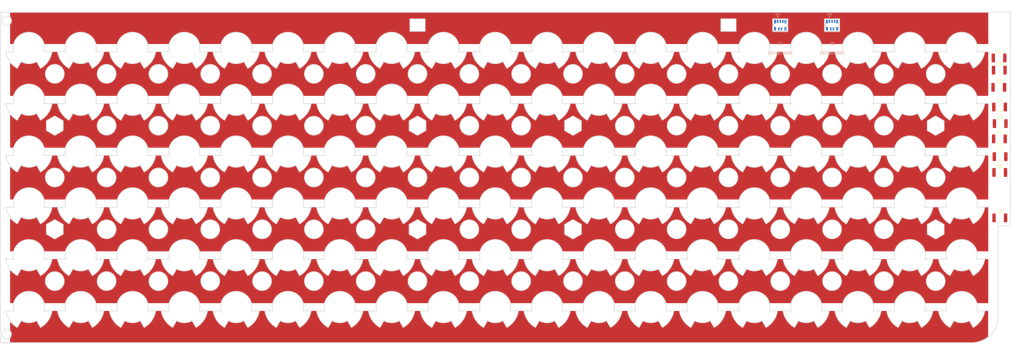
<source format=kicad_pcb>
(kicad_pcb (version 20241229) (generator "pcbnew") (generator_version "9.0")
  (layers (0 "F.Cu" signal) (2 "B.Cu" signal) (13 "F.Paste" user) (15 "B.Paste" user) (5 "F.SilkS" user "F.Silkscreen") (7 "B.SilkS" user "B.Silkscreen") (1 "F.Mask" user) (3 "B.Mask" user) (25 "Edge.Cuts" user))
  (net 0 "")
  (net 1 "/cell_5_plus")
  (net 2 "/V+")
  (net 3 "/v_sense_cell_5")
  (net 4 "/v_sense_cell_4")
  (net 5 "/cell_4_plus")
  (net 6 "/cell_3_plus")
  (net 7 "/v_sense_cell_3")
  (net 8 "/cell_2_plus")
  (net 9 "/c_sense_cell_2")
  (net 10 "/v_sense_cell_1")
  (net 11 "/cell_1_plus")
  (net 12 "/cell_0_plus")
  (net 13 "/v_sense_cell_0")
  (net 14 "/cell_0_minus")
  (net 15 "/v_sense_minus")
  (net 16 "/V-")
  (footprint "Fuse:Fuse_1812_4532Metric_Pad1.30x3.40mm_HandSolder" (layer "F.Cu") (at 404.3578 51.2064)
    (property "Reference" "F3" (at 0 -2.65 0) (layer "F.SilkS"))
    (property "Value" "Littlefuse 1812L110/33")
    (pad "1" smd roundrect (at -2.225 0) (size 1.3 3.4) (layers "F.Cu" "F.Mask" "F.Paste") (roundrect_rratio 0.192308) (net 5 "/cell_4_plus"))
    (pad "2" smd roundrect (at 2.225 0) (size 1.3 3.4) (layers "F.Cu" "F.Mask" "F.Paste") (roundrect_rratio 0.192308) (net 4 "/v_sense_cell_4"))
  )
  (footprint "Fuse:Fuse_1812_4532Metric_Pad1.30x3.40mm_HandSolder" (layer "F.Cu") (at 404.8912 65.2018)
    (property "Reference" "F5" (at 0 -2.65 0) (layer "F.SilkS"))
    (property "Value" "Littlefuse 1812L110/33")
    (pad "1" smd roundrect (at -2.225 0) (size 1.3 3.4) (layers "F.Cu" "F.Mask" "F.Paste") (roundrect_rratio 0.192308) (net 8 "/cell_2_plus"))
    (pad "2" smd roundrect (at 2.225 0) (size 1.3 3.4) (layers "F.Cu" "F.Mask" "F.Paste") (roundrect_rratio 0.192308) (net 9 "/c_sense_cell_2"))
  )
  (footprint "Fuse:Fuse_1812_4532Metric_Pad1.30x3.40mm_HandSolder" (layer "F.Cu") (at 404.5356 44.577)
    (property "Reference" "F2" (at 0 -2.65 0) (layer "F.SilkS"))
    (property "Value" "Littlefuse 1812L110/33")
    (pad "1" smd roundrect (at -2.225 0) (size 1.3 3.4) (layers "F.Cu" "F.Mask" "F.Paste") (roundrect_rratio 0.192308) (net 1 "/cell_5_plus"))
    (pad "2" smd roundrect (at 2.225 0) (size 1.3 3.4) (layers "F.Cu" "F.Mask" "F.Paste") (roundrect_rratio 0.192308) (net 3 "/v_sense_cell_5"))
  )
  (footprint "Fuse:Fuse_1812_4532Metric_Pad1.30x3.40mm_HandSolder" (layer "F.Cu") (at 404.7134 84.0486)
    (property "Reference" "F8" (at 0 -2.65 0) (layer "F.SilkS"))
    (property "Value" "Littlefuse 1812L110/33")
    (pad "1" smd roundrect (at -2.225 0) (size 1.3 3.4) (layers "F.Cu" "F.Mask" "F.Paste") (roundrect_rratio 0.192308) (net 14 "/cell_0_minus"))
    (pad "2" smd roundrect (at 2.225 0) (size 1.3 3.4) (layers "F.Cu" "F.Mask" "F.Paste") (roundrect_rratio 0.192308) (net 15 "/v_sense_minus"))
  )
  (footprint "Fuse:Fuse_1812_4532Metric_Pad1.30x3.40mm_HandSolder" (layer "F.Cu") (at 404.4442 39.8526)
    (property "Reference" "F1" (at 0 -2.65 0) (layer "F.SilkS"))
    (property "Value" "Littlefuse 1812L110/33")
    (pad "1" smd roundrect (at -2.225 0) (size 1.3 3.4) (layers "F.Cu" "F.Mask" "F.Paste") (roundrect_rratio 0.192308) (net 1 "/cell_5_plus"))
    (pad "2" smd roundrect (at 2.225 0) (size 1.3 3.4) (layers "F.Cu" "F.Mask" "F.Paste") (roundrect_rratio 0.192308) (net 2 "/V+"))
  )
  (footprint "Fuse:Fuse_1812_4532Metric_Pad1.30x3.40mm_HandSolder" (layer "F.Cu") (at 404.8404 77.9526)
    (property "Reference" "F7" (at 0 -2.65 0) (layer "F.SilkS"))
    (property "Value" "Littlefuse 1812L110/33")
    (pad "1" smd roundrect (at -2.225 0) (size 1.3 3.4) (layers "F.Cu" "F.Mask" "F.Paste") (roundrect_rratio 0.192308) (net 12 "/cell_0_plus"))
    (pad "2" smd roundrect (at 2.225 0) (size 1.3 3.4) (layers "F.Cu" "F.Mask" "F.Paste") (roundrect_rratio 0.192308) (net 13 "/v_sense_cell_0"))
  )
  (footprint "Fuse:Fuse_1812_4532Metric_Pad1.30x3.40mm_HandSolder" (layer "F.Cu") (at 404.5864 71.0946)
    (property "Reference" "F6" (at 0 -2.65 0) (layer "F.SilkS"))
    (property "Value" "Littlefuse 1812L110/33")
    (pad "1" smd roundrect (at -2.225 0) (size 1.3 3.4) (layers "F.Cu" "F.Mask" "F.Paste") (roundrect_rratio 0.192308) (net 11 "/cell_1_plus"))
    (pad "2" smd roundrect (at 2.225 0) (size 1.3 3.4) (layers "F.Cu" "F.Mask" "F.Paste") (roundrect_rratio 0.192308) (net 10 "/v_sense_cell_1"))
  )
  (footprint "Fuse:Fuse_1812_4532Metric_Pad1.30x3.40mm_HandSolder" (layer "F.Cu") (at 404.6474 58.801)
    (property "Reference" "F4" (at 0 -2.65 0) (layer "F.SilkS"))
    (property "Value" "Littlefuse 1812L110/33")
    (pad "1" smd roundrect (at -2.225 0) (size 1.3 3.4) (layers "F.Cu" "F.Mask" "F.Paste") (roundrect_rratio 0.192308) (net 6 "/cell_3_plus"))
    (pad "2" smd roundrect (at 2.225 0) (size 1.3 3.4) (layers "F.Cu" "F.Mask" "F.Paste") (roundrect_rratio 0.192308) (net 7 "/v_sense_cell_3"))
  )
  (footprint "Fuse:Fuse_1812_4532Metric_Pad1.30x3.40mm_HandSolder" (layer "F.Cu") (at 404.7338 101.5746)
    (property "Reference" "F9" (at 0 -2.65 0) (layer "F.SilkS"))
    (property "Value" "Littlefuse 1812L110/33")
    (pad "1" smd roundrect (at -2.225 0) (size 1.3 3.4) (layers "F.Cu" "F.Mask" "F.Paste") (roundrect_rratio 0.192308) (net 14 "/cell_0_minus"))
    (pad "2" smd roundrect (at 2.225 0) (size 1.3 3.4) (layers "F.Cu" "F.Mask" "F.Paste") (roundrect_rratio 0.192308) (net 16 "/V-"))
  )
  (footprint "FS_4_Global_Footprint_Library:CON_5019510550" (layer "B.Cu") (at 340.0044 27.2034)
    (property "Reference" "J2" (at 0 7.112 180) (layer "B.SilkS") (effects (justify mirror)))
    (property "Value" "Conn_01x05_MountingPin")
    (fp_text user "5019510550" (at 0 10.76 180) (layer "B.SilkS") (effects (justify mirror)))
    (pad "1" smd rect (at -0.999995 -1.449999) (size 0.6 1.2) (layers "B.Cu" "B.Mask" "B.Paste") (net 10 "/v_sense_cell_1"))
    (pad "2" smd rect (at -0.499995 1.45) (size 0.6 1.2) (layers "B.Cu" "B.Mask" "B.Paste") (net 13 "/v_sense_cell_0"))
    (pad "3" smd rect (at 0 -1.449999) (size 0.6 1.2) (layers "B.Cu" "B.Mask" "B.Paste") (net 15 "/v_sense_minus"))
    (pad "4" smd rect (at 0.500005 1.45) (size 0.6 1.2) (layers "B.Cu" "B.Mask" "B.Paste") (net 16 "/V-"))
    (pad "5" smd rect (at 1.000005 -1.449999) (size 0.6 1.2) (layers "B.Cu" "B.Mask" "B.Paste"))
    (pad "P1" smd rect (at -1.999998 -1.35) (size 0.8 1.4) (layers "B.Cu" "B.Mask" "B.Paste"))
    (pad "P2" smd rect (at 1.999998 -1.35) (size 0.8 1.4) (layers "B.Cu" "B.Mask" "B.Paste"))
    (pad "P3" smd rect (at -1.999998 1.35) (size 0.8 1.4) (layers "B.Cu" "B.Mask" "B.Paste"))
    (pad "P4" smd rect (at 1.999998 1.35) (size 0.8 1.4) (layers "B.Cu" "B.Mask" "B.Paste"))
  )
  (footprint "FS_4_Global_Footprint_Library:CON_5019510550" (layer "B.Cu") (at 319.9892 27.2034)
    (property "Reference" "J1" (at 0 7.112 180) (layer "B.SilkS") (effects (justify mirror)))
    (property "Value" "Conn_01x05_MountingPin")
    (fp_text user "5019510550" (at 0 10.76 180) (layer "B.SilkS") (effects (justify mirror)))
    (pad "1" smd rect (at -0.999995 -1.449999) (size 0.6 1.2) (layers "B.Cu" "B.Mask" "B.Paste") (net 2 "/V+"))
    (pad "2" smd rect (at -0.499995 1.45) (size 0.6 1.2) (layers "B.Cu" "B.Mask" "B.Paste") (net 3 "/v_sense_cell_5"))
    (pad "3" smd rect (at 0 -1.449999) (size 0.6 1.2) (layers "B.Cu" "B.Mask" "B.Paste") (net 4 "/v_sense_cell_4"))
    (pad "4" smd rect (at 0.500005 1.45) (size 0.6 1.2) (layers "B.Cu" "B.Mask" "B.Paste") (net 7 "/v_sense_cell_3"))
    (pad "5" smd rect (at 1.000005 -1.449999) (size 0.6 1.2) (layers "B.Cu" "B.Mask" "B.Paste") (net 9 "/c_sense_cell_2"))
    (pad "P1" smd rect (at -1.999998 -1.35) (size 0.8 1.4) (layers "B.Cu" "B.Mask" "B.Paste"))
    (pad "P2" smd rect (at 1.999998 -1.35) (size 0.8 1.4) (layers "B.Cu" "B.Mask" "B.Paste"))
    (pad "P3" smd rect (at -1.999998 1.35) (size 0.8 1.4) (layers "B.Cu" "B.Mask" "B.Paste"))
    (pad "P4" smd rect (at 1.999998 1.35) (size 0.8 1.4) (layers "B.Cu" "B.Mask" "B.Paste"))
  )
  (gr_arc (start 272.999999 141.196151) (mid 269.999999 142.000002) (end 266.999998 141.196155) (stroke (width 0.2)) (layer "Edge.Cuts"))
  (gr_circle (center 300 126) (end 303.571875 126) (stroke (width 0.2)) (fill no) (layer "Edge.Cuts"))
  (gr_arc (start 332.999999 121.196151) (mid 329.999999 122.000002) (end 326.999998 121.196155) (stroke (width 0.2)) (layer "Edge.Cuts"))
  (gr_arc (start 124.190527 117.5) (mid 130 110.000001) (end 135.809474 117.5) (stroke (width 0.2)) (layer "Edge.Cuts"))
  (gr_line (start 52.999999 141.19615) (end 54.5 143.794229) (stroke (width 0.2)) (layer "Edge.Cuts"))
  (gr_circle (center 60 86) (end 63.571875 86) (stroke (width 0.2)) (fill no) (layer "Edge.Cuts"))
  (gr_circle (center 160 66) (end 163.571875 66) (stroke (width 0.2)) (fill no) (layer "Edge.Cuts"))
  (gr_line (start 47.000001 141.196151) (end 45.500001 143.794227) (stroke (width 0.2)) (layer "Edge.Cuts"))
  (gr_circle (center 140 126) (end 143.571875 126) (stroke (width 0.2)) (fill no) (layer "Edge.Cuts"))
  (gr_arc (start 152.999999 101.196151) (mid 149.999999 102) (end 147 101.196151) (stroke (width 0.2)) (layer "Edge.Cuts"))
  (gr_arc (start 325.5 43.794228) (mid 322.609389 41.13604) (end 321.125877 37.5) (stroke (width 0.2)) (layer "Edge.Cuts"))
  (gr_arc (start 25.500001 123.794227) (mid 22.609391 121.13604) (end 21.125882 117.5) (stroke (width 0.2)) (layer "Edge.Cuts"))
  (gr_arc (start 24.190527 97.5) (mid 30 90.000001) (end 35.809474 97.5) (stroke (width 0.2)) (layer "Edge.Cuts"))
  (gr_arc (start 292.999999 141.19615) (mid 289.999999 142.000001) (end 287.000001 141.196151) (stroke (width 0.2)) (layer "Edge.Cuts"))
  (gr_arc (start 58.87412 77.5) (mid 57.390609 81.13604) (end 54.5 83.79423) (stroke (width 0.2)) (layer "Edge.Cuts"))
  (gr_arc (start 78.87412 57.5) (mid 77.390609 61.13604) (end 74.5 63.79423) (stroke (width 0.2)) (layer "Edge.Cuts"))
  (gr_arc (start 245.500001 143.794227) (mid 242.609391 141.136039) (end 241.12588 137.5) (stroke (width 0.2)) (layer "Edge.Cuts"))
  (gr_line (start 384.190528 97.5) (end 381.125878 97.5) (stroke (width 0.2)) (layer "Edge.Cuts"))
  (gr_arc (start 398.874118 117.5) (mid 397.390608 121.13604) (end 394.499999 123.794228) (stroke (width 0.2)) (layer "Edge.Cuts"))
  (gr_arc (start 278.874118 37.5) (mid 277.390608 41.13604) (end 274.499999 43.794228) (stroke (width 0.2)) (layer "Edge.Cuts"))
  (gr_line (start 240 109.666174) (end 236.825 107.833087) (stroke (width 0.2)) (layer "Edge.Cuts"))
  (gr_line (start 353 81.196152) (end 354.5 83.79423) (stroke (width 0.2)) (layer "Edge.Cuts"))
  (gr_circle (center 100 126) (end 103.571875 126) (stroke (width 0.2)) (fill no) (layer "Edge.Cuts"))
  (gr_circle (center 260 106) (end 263.571875 106) (stroke (width 0.2)) (fill no) (layer "Edge.Cuts"))
  (gr_line (start 387.000001 101.196151) (end 385.500001 103.794228) (stroke (width 0.2)) (layer "Edge.Cuts"))
  (gr_line (start 395.809475 57.5) (end 398.874118 57.5) (stroke (width 0.2)) (layer "Edge.Cuts"))
  (gr_line (start 215.809474 57.5) (end 218.874119 57.5) (stroke (width 0.2)) (layer "Edge.Cuts"))
  (gr_arc (start 184.190527 117.5) (mid 190 110.000001) (end 195.809474 117.5) (stroke (width 0.2)) (layer "Edge.Cuts"))
  (gr_line (start 155.809474 117.5) (end 158.87412 117.5) (stroke (width 0.2)) (layer "Edge.Cuts"))
  (gr_line (start 315.809461 97.5) (end 318.874118 97.5) (stroke (width 0.2)) (layer "Edge.Cuts"))
  (gr_line (start 352.999999 121.19615) (end 354.5 123.79423) (stroke (width 0.2)) (layer "Edge.Cuts"))
  (gr_arc (start 225.500001 63.794228) (mid 222.60939 61.13604) (end 221.125877 57.5) (stroke (width 0.2)) (layer "Edge.Cuts"))
  (gr_line (start 293 61.196152) (end 294.499999 63.794228) (stroke (width 0.2)) (layer "Edge.Cuts"))
  (gr_arc (start 338.874118 77.5) (mid 337.390608 81.13604) (end 334.5 83.79423) (stroke (width 0.2)) (layer "Edge.Cuts"))
  (gr_line (start 253 81.196152) (end 254.499999 83.794227) (stroke (width 0.2)) (layer "Edge.Cuts"))
  (gr_line (start 275.809475 77.5) (end 278.874118 77.5) (stroke (width 0.2)) (layer "Edge.Cuts"))
  (gr_arc (start 258.874118 137.5) (mid 257.39061 141.13604) (end 254.499999 143.794227) (stroke (width 0.2)) (layer "Edge.Cuts"))
  (gr_arc (start 393 81.196152) (mid 389.999999 82.000003) (end 386.999996 81.196158) (stroke (width 0.2)) (layer "Edge.Cuts"))
  (gr_arc (start 164.190527 37.5) (mid 170 30.000001) (end 175.809474 37.5) (stroke (width 0.2)) (layer "Edge.Cuts"))
  (gr_arc (start 252.999999 121.196151) (mid 249.999999 122.000002) (end 247.000001 121.19615) (stroke (width 0.2)) (layer "Edge.Cuts"))
  (gr_line (start 112.999999 41.196152) (end 114.5 43.79423) (stroke (width 0.2)) (layer "Edge.Cuts"))
  (gr_arc (start 45.500001 103.794227) (mid 42.609391 101.13604) (end 41.125881 97.5) (stroke (width 0.2)) (layer "Edge.Cuts"))
  (gr_line (start 35.809474 37.5) (end 38.87412 37.5) (stroke (width 0.2)) (layer "Edge.Cuts"))
  (gr_line (start 307.000001 121.19615) (end 305.500001 123.794227) (stroke (width 0.2)) (layer "Edge.Cuts"))
  (gr_line (start 286.999996 41.196158) (end 285.5 43.794228) (stroke (width 0.2)) (layer "Edge.Cuts"))
  (gr_arc (start 84.190527 37.5) (mid 90 30.000001) (end 95.809474 37.5) (stroke (width 0.2)) (layer "Edge.Cuts"))
  (gr_line (start 124.190527 37.5) (end 121.125882 37.5) (stroke (width 0.2)) (layer "Edge.Cuts"))
  (gr_arc (start 238.874119 97.5) (mid 237.390611 101.136042) (end 234.499998 103.794228) (stroke (width 0.2)) (layer "Edge.Cuts"))
  (gr_line (start 72.999999 61.196152) (end 74.5 63.79423) (stroke (width 0.2)) (layer "Edge.Cuts"))
  (gr_line (start 172.999999 101.19615) (end 174.5 103.794229) (stroke (width 0.2)) (layer "Edge.Cuts"))
  (gr_line (start 215.809474 117.5) (end 218.874119 117.5) (stroke (width 0.2)) (layer "Edge.Cuts"))
  (gr_arc (start 213 41.196152) (mid 210 42) (end 207.000001 41.196151) (stroke (width 0.2)) (layer "Edge.Cuts"))
  (gr_line (start 292.999999 141.19615) (end 294.5 143.79423) (stroke (width 0.2)) (layer "Edge.Cuts"))
  (gr_arc (start 124.190527 77.5) (mid 130 70.000001) (end 135.809474 77.5) (stroke (width 0.2)) (layer "Edge.Cuts"))
  (gr_circle (center 160 106) (end 163.571875 106) (stroke (width 0.2)) (fill no) (layer "Edge.Cuts"))
  (gr_line (start 286.999996 81.196158) (end 285.5 83.794228) (stroke (width 0.2)) (layer "Edge.Cuts"))
  (gr_arc (start 305.500001 103.794227) (mid 302.609391 101.136039) (end 301.125878 97.5) (stroke (width 0.2)) (layer "Edge.Cuts"))
  (gr_arc (start 144.190527 57.5) (mid 150 50.000001) (end 155.809474 57.5) (stroke (width 0.2)) (layer "Edge.Cuts"))
  (gr_arc (start 105.500001 83.794228) (mid 102.609391 81.13604) (end 101.125882 77.5) (stroke (width 0.2)) (layer "Edge.Cuts"))
  (gr_arc (start 344.190525 37.5) (mid 350 30) (end 355.809475 37.5) (stroke (width 0.2)) (layer "Edge.Cuts"))
  (gr_arc (start 24.190527 37.5) (mid 30 30.000001) (end 35.809474 37.5) (stroke (width 0.2)) (layer "Edge.Cuts"))
  (gr_arc (start 164.190527 57.5) (mid 170 50.000001) (end 175.809474 57.5) (stroke (width 0.2)) (layer "Edge.Cuts"))
  (gr_line (start 44.190527 37.5) (end 41.125882 37.5) (stroke (width 0.2)) (layer "Edge.Cuts"))
  (gr_arc (start 125.500001 143.794227) (mid 122.609391 141.13604) (end 121.125882 137.5) (stroke (width 0.2)) (layer "Edge.Cuts"))
  (gr_line (start 224.190525 137.5) (end 221.125885 137.5) (stroke (width 0.2)) (layer "Edge.Cuts"))
  (gr_arc (start 285.500001 143.794228) (mid 282.60939 141.13604) (end 281.125878 137.5) (stroke (width 0.2)) (layer "Edge.Cuts"))
  (gr_line (start 104.190527 57.5) (end 101.125882 57.5) (stroke (width 0.2)) (layer "Edge.Cuts"))
  (gr_arc (start 244.190525 137.5) (mid 250.000002 130.000001) (end 255.80948 137.5) (stroke (width 0.2)) (layer "Edge.Cuts"))
  (gr_arc (start 45.500001 83.794228) (mid 42.609391 81.13604) (end 41.125882 77.5) (stroke (width 0.2)) (layer "Edge.Cuts"))
  (gr_arc (start 32.999999 41.196152) (mid 29.999999 42) (end 27 41.196152) (stroke (width 0.2)) (layer "Edge.Cuts"))
  (gr_arc (start 165.500001 103.794227) (mid 162.609391 101.13604) (end 161.125881 97.5) (stroke (width 0.2)) (layer "Edge.Cuts"))
  (gr_line (start 24.190527 37.5) (end 21.125882 37.5) (stroke (width 0.2)) (layer "Edge.Cuts"))
  (gr_line (start 32.999999 121.196151) (end 34.5 123.794229) (stroke (width 0.2)) (layer "Edge.Cuts"))
  (gr_arc (start 112.999999 101.196151) (mid 110 102) (end 107.000001 101.19615) (stroke (width 0.2)) (layer "Edge.Cuts"))
  (gr_line (start 182.8575 24.8495) (end 182.8575 29.5485) (stroke (width 0.2)) (layer "Edge.Cuts"))
  (gr_circle (center 360 126) (end 363.571875 126) (stroke (width 0.2)) (fill no) (layer "Edge.Cuts"))
  (gr_line (start 386.999998 121.196155) (end 385.500001 123.794227) (stroke (width 0.2)) (layer "Edge.Cuts"))
  (gr_arc (start 92.999999 101.196151) (mid 90 102) (end 87.000001 101.19615) (stroke (width 0.2)) (layer "Edge.Cuts"))
  (gr_circle (center 300 46) (end 303.571875 46) (stroke (width 0.2)) (fill no) (layer "Edge.Cuts"))
  (gr_arc (start 124.190527 37.5) (mid 130 30.000001) (end 135.809474 37.5) (stroke (width 0.2)) (layer "Edge.Cuts"))
  (gr_arc (start 172.999999 101.19615) (mid 170 102) (end 167.000001 101.196151) (stroke (width 0.2)) (layer "Edge.Cuts"))
  (gr_arc (start 378.874118 117.5) (mid 377.390608 121.13604) (end 374.499999 123.794228) (stroke (width 0.2)) (layer "Edge.Cuts"))
  (gr_line (start 275.809479 117.5) (end 278.874118 117.5) (stroke (width 0.2)) (layer "Edge.Cuts"))
  (gr_arc (start 132.999999 121.196151) (mid 130 122) (end 127.000001 121.19615) (stroke (width 0.2)) (layer "Edge.Cuts"))
  (gr_arc (start 398.874118 77.5) (mid 397.390608 81.13604) (end 394.499999 83.794228) (stroke (width 0.2)) (layer "Edge.Cuts"))
  (gr_line (start 32.999999 41.196152) (end 34.5 43.79423) (stroke (width 0.2)) (layer "Edge.Cuts"))
  (gr_arc (start 212.999999 141.196151) (mid 210 142) (end 207.000002 141.196149) (stroke (width 0.2)) (layer "Edge.Cuts"))
  (gr_line (start 127.000001 101.19615) (end 125.500001 103.794227) (stroke (width 0.2)) (layer "Edge.Cuts"))
  (gr_arc (start 85.500001 43.794228) (mid 82.609391 41.13604) (end 81.125882 37.5) (stroke (width 0.2)) (layer "Edge.Cuts"))
  (gr_line (start 380 69.666174) (end 376.825 67.833087) (stroke (width 0.2)) (layer "Edge.Cuts"))
  (gr_arc (start 38.87412 57.5) (mid 37.390609 61.13604) (end 34.5 63.79423) (stroke (width 0.2)) (layer "Edge.Cuts"))
  (gr_line (start 64.190527 97.5) (end 61.125882 97.5) (stroke (width 0.2)) (layer "Edge.Cuts"))
  (gr_line (start 112.999999 81.196152) (end 114.5 83.79423) (stroke (width 0.2)) (layer "Edge.Cuts"))
  (gr_line (start 337.1425 29.549) (end 337.1425 24.85) (stroke (width 0.2)) (layer "Edge.Cuts"))
  (gr_line (start 180 102.333826) (end 183.175 104.166913) (stroke (width 0.2)) (layer "Edge.Cuts"))
  (gr_arc (start 212.999999 121.19615) (mid 210 122) (end 207.000001 121.19615) (stroke (width 0.2)) (layer "Edge.Cuts"))
  (gr_line (start 322.8575 24.85) (end 317.1425 24.85) (stroke (width 0.2)) (layer "Edge.Cuts"))
  (gr_line (start 226.999998 121.196155) (end 225.500001 123.794227) (stroke (width 0.2)) (layer "Edge.Cuts"))
  (gr_arc (start 165.500001 123.794227) (mid 162.609391 121.13604) (end 161.125882 117.5) (stroke (width 0.2)) (layer "Edge.Cuts"))
  (gr_arc (start 184.190527 97.5) (mid 190 90.000001) (end 195.809474 97.5) (stroke (width 0.2)) (layer "Edge.Cuts"))
  (gr_line (start 107.000001 121.19615) (end 105.500001 123.794228) (stroke (width 0.2)) (layer "Edge.Cuts"))
  (gr_line (start 92.999999 61.196152) (end 94.5 63.79423) (stroke (width 0.2)) (layer "Edge.Cuts"))
  (gr_arc (start 38.87412 37.5) (mid 37.390609 41.13604) (end 34.5 43.79423) (stroke (width 0.2)) (layer "Edge.Cuts"))
  (gr_line (start 224.190525 37.5) (end 221.125877 37.5) (stroke (width 0.2)) (layer "Edge.Cuts"))
  (gr_arc (start 378.874118 137.5) (mid 377.390608 141.13604) (end 374.499999 143.794228) (stroke (width 0.2)) (layer "Edge.Cuts"))
  (gr_line (start 64.190527 137.5) (end 61.125882 137.5) (stroke (width 0.2)) (layer "Edge.Cuts"))
  (gr_line (start 213 41.196152) (end 214.499998 43.794226) (stroke (width 0.2)) (layer "Edge.Cuts"))
  (gr_line (start 266.999998 101.196155) (end 265.500001 103.794227) (stroke (width 0.2)) (layer "Edge.Cuts"))
  (gr_line (start 183.175 67.833087) (end 180 69.666174) (stroke (width 0.2)) (layer "Edge.Cuts"))
  (gr_line (start 107.000001 101.19615) (end 105.500001 103.794227) (stroke (width 0.2)) (layer "Edge.Cuts"))
  (gr_line (start 375.809461 137.5) (end 378.874118 137.5) (stroke (width 0.2)) (layer "Edge.Cuts"))
  (gr_arc (start 312.999999 121.19615) (mid 310 122) (end 307.000001 121.19615) (stroke (width 0.2)) (layer "Edge.Cuts"))
  (gr_line (start 155.809474 57.5) (end 158.87412 57.5) (stroke (width 0.2)) (layer "Edge.Cuts"))
  (gr_arc (start 253 141.19615) (mid 249.999999 142.000001) (end 246.999998 141.196155) (stroke (width 0.2)) (layer "Edge.Cuts"))
  (gr_arc (start 232.999999 81.19615) (mid 229.999999 82.000001) (end 226.999998 81.196155) (stroke (width 0.2)) (layer "Edge.Cuts"))
  (gr_arc (start 65.500001 43.794228) (mid 62.609391 41.13604) (end 61.125882 37.5) (stroke (width 0.2)) (layer "Edge.Cuts"))
  (gr_line (start 132.999999 81.196152) (end 134.5 83.79423) (stroke (width 0.2)) (layer "Edge.Cuts"))
  (gr_circle (center 320 66) (end 323.571875 66) (stroke (width 0.2)) (fill no) (layer "Edge.Cuts"))
  (gr_arc (start 144.190526 97.5) (mid 149.999999 90.000001) (end 155.809473 97.5) (stroke (width 0.2)) (layer "Edge.Cuts"))
  (gr_arc (start 332.999999 141.196151) (mid 329.999999 142.000002) (end 326.999998 141.196155) (stroke (width 0.2)) (layer "Edge.Cuts"))
  (gr_line (start 364.190525 37.5) (end 361.125877 37.5) (stroke (width 0.2)) (layer "Edge.Cuts"))
  (gr_line (start 243.175 64.166913) (end 243.175 67.833087) (stroke (width 0.2)) (layer "Edge.Cuts"))
  (gr_line (start 227.000001 141.19615) (end 225.500001 143.794227) (stroke (width 0.2)) (layer "Edge.Cuts"))
  (gr_circle (center 200 126) (end 203.571875 126) (stroke (width 0.2)) (fill no) (layer "Edge.Cuts"))
  (gr_circle (center 260 66) (end 263.571875 66) (stroke (width 0.2)) (fill no) (layer "Edge.Cuts"))
  (gr_arc (start 352.999999 101.196151) (mid 349.999999 102.000002) (end 346.999998 101.196155) (stroke (width 0.2)) (layer "Edge.Cuts"))
  (gr_line (start 312.999999 141.196151) (end 314.499999 143.794228) (stroke (width 0.2)) (layer "Edge.Cuts"))
  (gr_line (start 32.999999 141.196151) (end 34.5 143.794229) (stroke (width 0.2)) (layer "Edge.Cuts"))
  (gr_line (start 272.999999 141.196151) (end 274.499999 143.794228) (stroke (width 0.2)) (layer "Edge.Cuts"))
  (gr_line (start 132.999999 41.196152) (end 134.5 43.79423) (stroke (width 0.2)) (layer "Edge.Cuts"))
  (gr_arc (start 38.87412 137.5) (mid 37.390609 141.13604) (end 34.5 143.794229) (stroke (width 0.2)) (layer "Edge.Cuts"))
  (gr_line (start 67 81.196152) (end 65.500001 83.794228) (stroke (width 0.2)) (layer "Edge.Cuts"))
  (gr_arc (start 245.5 43.794228) (mid 242.609389 41.13604) (end 241.125877 37.5) (stroke (width 0.2)) (layer "Edge.Cuts"))
  (gr_line (start 344.190525 137.5) (end 341.12588 137.5) (stroke (width 0.2)) (layer "Edge.Cuts"))
  (gr_line (start 306.999998 141.196155) (end 305.500001 143.794227) (stroke (width 0.2)) (layer "Edge.Cuts"))
  (gr_arc (start 392.999999 101.19615) (mid 389.999999 102.000001) (end 387.000001 101.196151) (stroke (width 0.2)) (layer "Edge.Cuts"))
  (gr_line (start 284.190525 57.5) (end 281.125877 57.5) (stroke (width 0.2)) (layer "Edge.Cuts"))
  (gr_line (start 75.809474 137.5) (end 78.87412 137.5) (stroke (width 0.2)) (layer "Edge.Cuts"))
  (gr_line (start 152.999999 81.196152) (end 154.5 83.79423) (stroke (width 0.2)) (layer "Edge.Cuts"))
  (gr_line (start 204.190527 97.5) (end 201.125882 97.5) (stroke (width 0.2)) (layer "Edge.Cuts"))
  (gr_line (start 395.809461 137.5) (end 398.874118 137.5) (stroke (width 0.2)) (layer "Edge.Cuts"))
  (gr_arc (start 118.87412 117.5) (mid 117.390609 121.13604) (end 114.5 123.794229) (stroke (width 0.2)) (layer "Edge.Cuts"))
  (gr_line (start 244.190526 117.5) (end 241.12588 117.5) (stroke (width 0.2)) (layer "Edge.Cuts"))
  (gr_line (start 272.999999 121.196151) (end 274.5 123.79423) (stroke (width 0.2)) (layer "Edge.Cuts"))
  (gr_arc (start 105.500001 143.794228) (mid 102.609391 141.13604) (end 101.125881 137.5) (stroke (width 0.2)) (layer "Edge.Cuts"))
  (gr_line (start 176.825 64.166913) (end 180 62.333826) (stroke (width 0.2)) (layer "Edge.Cuts"))
  (gr_arc (start 278.874118 117.5) (mid 277.390608 121.13604) (end 274.5 123.79423) (stroke (width 0.2)) (layer "Edge.Cuts"))
  (gr_arc (start 204.190527 97.5) (mid 210 90.000001) (end 215.809474 97.5) (stroke (width 0.2)) (layer "Edge.Cuts"))
  (gr_line (start 176.825 107.833087) (end 176.825 104.166913) (stroke (width 0.2)) (layer "Edge.Cuts"))
  (gr_arc (start 158.87412 117.5) (mid 157.390609 121.13604) (end 154.5 123.794229) (stroke (width 0.2)) (layer "Edge.Cuts"))
  (gr_line (start 127 61.196152) (end 125.500001 63.794228) (stroke (width 0.2)) (layer "Edge.Cuts"))
  (gr_line (start 75.809474 117.5) (end 78.87412 117.5) (stroke (width 0.2)) (layer "Edge.Cuts"))
  (gr_line (start 87.000001 141.19615) (end 85.500001 143.794227) (stroke (width 0.2)) (layer "Edge.Cuts"))
  (gr_line (start 64.190527 77.5) (end 61.125882 77.5) (stroke (width 0.2)) (layer "Edge.Cuts"))
  (gr_line (start 224.190525 57.5) (end 221.125877 57.5) (stroke (width 0.2)) (layer "Edge.Cuts"))
  (gr_circle (center 260 46) (end 263.571875 46) (stroke (width 0.2)) (fill no) (layer "Edge.Cuts"))
  (gr_arc (start 325.500001 123.794227) (mid 322.609391 121.136039) (end 321.125878 117.5) (stroke (width 0.2)) (layer "Edge.Cuts"))
  (gr_line (start 375.809475 37.5) (end 378.874118 37.5) (stroke (width 0.2)) (layer "Edge.Cuts"))
  (gr_circle (center 200 46) (end 203.571875 46) (stroke (width 0.2)) (fill no) (layer "Edge.Cuts"))
  (gr_line (start 183.175 107.833087) (end 180 109.666174) (stroke (width 0.2)) (layer "Edge.Cuts"))
  (gr_line (start 172.999999 41.196152) (end 174.5 43.79423) (stroke (width 0.2)) (layer "Edge.Cuts"))
  (gr_arc (start 52.999999 61.196152) (mid 49.999999 62) (end 47 61.196152) (stroke (width 0.2)) (layer "Edge.Cuts"))
  (gr_line (start 246.999998 141.196155) (end 245.500001 143.794227) (stroke (width 0.2)) (layer "Edge.Cuts"))
  (gr_line (start 324.190525 137.5) (end 321.125878 137.5) (stroke (width 0.2)) (layer "Edge.Cuts"))
  (gr_arc (start 213 61.196152) (mid 210 62) (end 207.000001 61.196151) (stroke (width 0.2)) (layer "Edge.Cuts"))
  (gr_line (start 124.190527 57.5) (end 121.125882 57.5) (stroke (width 0.2)) (layer "Edge.Cuts"))
  (gr_circle (center 140 86) (end 143.571875 86) (stroke (width 0.2)) (fill no) (layer "Edge.Cuts"))
  (gr_line (start 344.190525 97.5) (end 341.125878 97.5) (stroke (width 0.2)) (layer "Edge.Cuts"))
  (gr_arc (start 218.874119 117.5) (mid 217.390609 121.13604) (end 214.499998 123.794226) (stroke (width 0.2)) (layer "Edge.Cuts"))
  (gr_line (start 275.809479 97.5) (end 278.874118 97.5) (stroke (width 0.2)) (layer "Edge.Cuts"))
  (gr_line (start 213 61.196152) (end 214.499998 63.794226) (stroke (width 0.2)) (layer "Edge.Cuts"))
  (gr_arc (start 392.999999 121.196151) (mid 389.999999 122.000002) (end 386.999998 121.196155) (stroke (width 0.2)) (layer "Edge.Cuts"))
  (gr_arc (start 304.190525 137.5) (mid 309.999993 130.000001) (end 315.809461 137.5) (stroke (width 0.2)) (layer "Edge.Cuts"))
  (gr_line (start 266.999996 81.196158) (end 265.5 83.794228) (stroke (width 0.2)) (layer "Edge.Cuts"))
  (gr_line (start 404.079993 104.7325) (end 408.842493 104.7325) (stroke (width 0.2)) (layer "Edge.Cuts"))
  (gr_line (start 232.999999 141.19615) (end 234.499998 143.794228) (stroke (width 0.2)) (layer "Edge.Cuts"))
  (gr_arc (start 98.87412 57.5) (mid 97.390609 61.13604) (end 94.5 63.79423) (stroke (width 0.2)) (layer "Edge.Cuts"))
  (gr_line (start 115.809473 137.5) (end 118.87412 137.5) (stroke (width 0.2)) (layer "Edge.Cuts"))
  (gr_line (start 55.809474 97.5) (end 58.87412 97.5) (stroke (width 0.2)) (layer "Edge.Cuts"))
  (gr_arc (start 293 41.196152) (mid 289.999999 42.000003) (end 286.999996 41.196158) (stroke (width 0.2)) (layer "Edge.Cuts"))
  (gr_arc (start 265.500001 143.794227) (mid 262.609391 141.136039) (end 261.125878 137.5) (stroke (width 0.2)) (layer "Edge.Cuts"))
  (gr_arc (start 398.874118 37.5) (mid 397.390608 41.13604) (end 394.499999 43.794228) (stroke (width 0.2)) (layer "Edge.Cuts"))
  (gr_circle (center 220 86) (end 223.571875 86) (stroke (width 0.2)) (fill no) (layer "Edge.Cuts"))
  (gr_line (start 246.999996 41.196158) (end 245.5 43.794228) (stroke (width 0.2)) (layer "Edge.Cuts"))
  (gr_line (start 322.8575 29.549) (end 317.1425 29.549) (stroke (width 0.2)) (layer "Edge.Cuts"))
  (gr_line (start 27.000001 101.196151) (end 25.500001 103.794228) (stroke (width 0.2)) (layer "Edge.Cuts"))
  (gr_line (start 226.999998 101.196155) (end 225.500001 103.794227) (stroke (width 0.2)) (layer "Edge.Cuts"))
  (gr_arc (start 244.190525 77.5) (mid 250 70) (end 255.809475 77.5) (stroke (width 0.2)) (layer "Edge.Cuts"))
  (gr_arc (start 104.190527 57.5) (mid 110 50.000001) (end 115.809474 57.5) (stroke (width 0.2)) (layer "Edge.Cuts"))
  (gr_arc (start 138.87412 57.5) (mid 137.390609 61.13604) (end 134.5 63.79423) (stroke (width 0.2)) (layer "Edge.Cuts"))
  (gr_arc (start 305.5 83.794229) (mid 302.609389 81.136041) (end 301.125877 77.5) (stroke (width 0.2)) (layer "Edge.Cuts"))
  (gr_line (start 215.809474 137.5) (end 218.874119 137.5) (stroke (width 0.2)) (layer "Edge.Cuts"))
  (gr_line (start 115.809474 77.5) (end 118.87412 77.5) (stroke (width 0.2)) (layer "Edge.Cuts"))
  (gr_line (start 95.809474 97.5) (end 98.87412 97.5) (stroke (width 0.2)) (layer "Edge.Cuts"))
  (gr_line (start 264.190525 37.5) (end 261.125877 37.5) (stroke (width 0.2)) (layer "Edge.Cuts"))
  (gr_line (start 147.000001 141.19615) (end 145.500001 143.794228) (stroke (width 0.2)) (layer "Edge.Cuts"))
  (gr_arc (start 118.87412 57.5) (mid 117.390609 61.13604) (end 114.5 63.79423) (stroke (width 0.2)) (layer "Edge.Cuts"))
  (gr_arc (start 172.999999 61.196152) (mid 169.999999 62) (end 167 61.196152) (stroke (width 0.2)) (layer "Edge.Cuts"))
  (gr_arc (start 278.874118 77.5) (mid 277.390608 81.13604) (end 274.499999 83.794228) (stroke (width 0.2)) (layer "Edge.Cuts"))
  (gr_line (start 312.999999 101.196151) (end 314.499999 103.794228) (stroke (width 0.2)) (layer "Edge.Cuts"))
  (gr_line (start 195.809474 57.5) (end 198.87412 57.5) (stroke (width 0.2)) (layer "Edge.Cuts"))
  (gr_arc (start 132.999999 101.196151) (mid 130 102) (end 127.000001 101.19615) (stroke (width 0.2)) (layer "Edge.Cuts"))
  (gr_circle (center 80 106) (end 83.571875 106) (stroke (width 0.2)) (fill no) (layer "Edge.Cuts"))
  (gr_arc (start 364.190525 37.5) (mid 370 30) (end 375.809475 37.5) (stroke (width 0.2)) (layer "Edge.Cuts"))
  (gr_arc (start 205.500001 123.794228) (mid 202.609391 121.13604) (end 201.125881 117.5) (stroke (width 0.2)) (layer "Edge.Cuts"))
  (gr_arc (start 44.190527 37.5) (mid 50 30.000001) (end 55.809474 37.5) (stroke (width 0.2)) (layer "Edge.Cuts"))
  (gr_arc (start 238.874119 37.5) (mid 237.390611 41.136042) (end 234.499998 43.794228) (stroke (width 0.2)) (layer "Edge.Cuts"))
  (gr_arc (start 104.190527 77.5) (mid 110 70.000001) (end 115.809474 77.5) (stroke (width 0.2)) (layer "Edge.Cuts"))
  (gr_arc (start 313 61.196152) (mid 309.999999 62.000003) (end 306.999996 61.196158) (stroke (width 0.2)) (layer "Edge.Cuts"))
  (gr_arc (start 384.190528 137.5) (mid 389.999995 129.999999) (end 395.809461 137.5) (stroke (width 0.2)) (layer "Edge.Cuts"))
  (gr_line (start 43.175 64.166913) (end 43.175 67.833087) (stroke (width 0.2)) (layer "Edge.Cuts"))
  (gr_arc (start 185.500001 123.794227) (mid 182.609391 121.13604) (end 181.125882 117.5) (stroke (width 0.2)) (layer "Edge.Cuts"))
  (gr_arc (start 112.999999 121.196151) (mid 110 122) (end 107.000001 121.19615) (stroke (width 0.2)) (layer "Edge.Cuts"))
  (gr_line (start 264.190525 57.5) (end 261.125877 57.5) (stroke (width 0.2)) (layer "Edge.Cuts"))
  (gr_arc (start 58.87412 137.5) (mid 57.390609 141.13604) (end 54.5 143.794229) (stroke (width 0.2)) (layer "Edge.Cuts"))
  (gr_line (start 273 41.196152) (end 274.499999 43.794228) (stroke (width 0.2)) (layer "Edge.Cuts"))
  (gr_line (start 395.809461 117.5) (end 398.874118 117.5) (stroke (width 0.2)) (layer "Edge.Cuts"))
  (gr_arc (start 205.500001 143.794227) (mid 202.609391 141.13604) (end 201.125882 137.5) (stroke (width 0.2)) (layer "Edge.Cuts"))
  (gr_line (start 84.190527 137.5) (end 81.125882 137.5) (stroke (width 0.2)) (layer "Edge.Cuts"))
  (gr_arc (start 284.190526 137.5) (mid 289.999994 129.999999) (end 295.809461 137.5) (stroke (width 0.2)) (layer "Edge.Cuts"))
  (gr_line (start 40 102.333826) (end 43.175 104.166913) (stroke (width 0.2)) (layer "Edge.Cuts"))
  (gr_arc (start 178.87412 57.5) (mid 177.390609 61.13604) (end 174.5 63.79423) (stroke (width 0.2)) (layer "Edge.Cuts"))
  (gr_line (start 243.175 67.833087) (end 240 69.666174) (stroke (width 0.2)) (layer "Edge.Cuts"))
  (gr_line (start 240 69.666174) (end 236.825 67.833087) (stroke (width 0.2)) (layer "Edge.Cuts"))
  (gr_arc (start 105.500001 103.794227) (mid 102.609391 101.13604) (end 101.125882 97.5) (stroke (width 0.2)) (layer "Edge.Cuts"))
  (gr_line (start 144.190527 77.5) (end 141.125882 77.5) (stroke (width 0.2)) (layer "Edge.Cuts"))
  (gr_line (start 292.999999 101.196151) (end 294.499999 103.794228) (stroke (width 0.2)) (layer "Edge.Cuts"))
  (gr_line (start 315.809475 77.5) (end 318.874118 77.5) (stroke (width 0.2)) (layer "Edge.Cuts"))
  (gr_arc (start 258.874118 57.5) (mid 257.39061 61.13604) (end 254.499999 63.794227) (stroke (width 0.2)) (layer "Edge.Cuts"))
  (gr_circle (center 340 126) (end 343.571875 126) (stroke (width 0.2)) (fill no) (layer "Edge.Cuts"))
  (gr_arc (start 345.500001 123.794228) (mid 342.60939 121.13604) (end 341.125878 117.5) (stroke (width 0.2)) (layer "Edge.Cuts"))
  (gr_line (start 180 69.666174) (end 176.825 67.833087) (stroke (width 0.2)) (layer "Edge.Cuts"))
  (gr_arc (start 165.500001 83.794228) (mid 162.609391 81.13604) (end 161.125882 77.5) (stroke (width 0.2)) (layer "Edge.Cuts"))
  (gr_line (start 55.809474 37.5) (end 58.87412 37.5) (stroke (width 0.2)) (layer "Edge.Cuts"))
  (gr_arc (start 318.874118 37.5) (mid 317.390608 41.13604) (end 314.499999 43.794228) (stroke (width 0.2)) (layer "Edge.Cuts"))
  (gr_circle (center 120 46) (end 123.571875 46) (stroke (width 0.2)) (fill no) (layer "Edge.Cuts"))
  (gr_arc (start 244.190525 37.5) (mid 250 30) (end 255.809475 37.5) (stroke (width 0.2)) (layer "Edge.Cuts"))
  (gr_line (start 304.190525 37.5) (end 301.125877 37.5) (stroke (width 0.2)) (layer "Edge.Cuts"))
  (gr_circle (center 60 66) (end 63.571875 66) (stroke (width 0.2)) (fill no) (layer "Edge.Cuts"))
  (gr_line (start 167 81.196152) (end 165.500001 83.794228) (stroke (width 0.2)) (layer "Edge.Cuts"))
  (gr_line (start 18.952493 149.8175) (end 18.952493 22.1825) (stroke (width 0.2)) (layer "Edge.Cuts"))
  (gr_arc (start 364.190525 77.5) (mid 370 70) (end 375.809475 77.5) (stroke (width 0.2)) (layer "Edge.Cuts"))
  (gr_line (start 92.999999 121.196151) (end 94.5 123.794229) (stroke (width 0.2)) (layer "Edge.Cuts"))
  (gr_arc (start 44.190527 137.5) (mid 50 130.000001) (end 55.809474 137.5) (stroke (width 0.2)) (layer "Edge.Cuts"))
  (gr_line (start 264.190526 117.5) (end 261.12588 117.5) (stroke (width 0.2)) (layer "Edge.Cuts"))
  (gr_line (start 366.999998 141.196155) (end 365.500001 143.794227) (stroke (width 0.2)) (layer "Edge.Cuts"))
  (gr_arc (start 65.500001 143.794227) (mid 62.609391 141.13604) (end 61.125882 137.5) (stroke (width 0.2)) (layer "Edge.Cuts"))
  (gr_arc (start 92.999999 81.196152) (mid 89.999999 82) (end 87 81.196152) (stroke (width 0.2)) (layer "Edge.Cuts"))
  (gr_line (start 67.000001 141.19615) (end 65.500001 143.794227) (stroke (width 0.2)) (layer "Edge.Cuts"))
  (gr_line (start 87 81.196152) (end 85.500001 83.794228) (stroke (width 0.2)) (layer "Edge.Cuts"))
  (gr_line (start 144.190527 117.5) (end 141.125882 117.5) (stroke (width 0.2)) (layer "Edge.Cuts"))
  (gr_arc (start 145.500001 63.794228) (mid 142.609391 61.13604) (end 141.125882 57.5) (stroke (width 0.2)) (layer "Edge.Cuts"))
  (gr_arc (start 112.999999 81.196152) (mid 109.999999 82) (end 107 81.196152) (stroke (width 0.2)) (layer "Edge.Cuts"))
  (gr_line (start 387.000001 141.196151) (end 385.500001 143.794228) (stroke (width 0.2)) (layer "Edge.Cuts"))
  (gr_line (start 104.190527 37.5) (end 101.125882 37.5) (stroke (width 0.2)) (layer "Edge.Cuts"))
  (gr_line (start 304.190525 137.5) (end 301.125878 137.5) (stroke (width 0.2)) (layer "Edge.Cuts"))
  (gr_line (start 40 62.333826) (end 43.175 64.166913) (stroke (width 0.2)) (layer "Edge.Cuts"))
  (gr_line (start 384.190525 117.5) (end 381.12588 117.5) (stroke (width 0.2)) (layer "Edge.Cuts"))
  (gr_arc (start 392.999999 141.19615) (mid 389.999999 142.000001) (end 387.000001 141.196151) (stroke (width 0.2)) (layer "Edge.Cuts"))
  (gr_circle (center 60 106) (end 63.571875 106) (stroke (width 0.2)) (fill no) (layer "Edge.Cuts"))
  (gr_arc (start 304.190525 77.5) (mid 310 70) (end 315.809475 77.5) (stroke (width 0.2)) (layer "Edge.Cuts"))
  (gr_line (start 342.8575 29.549) (end 337.1425 29.549) (stroke (width 0.2)) (layer "Edge.Cuts"))
  (gr_arc (start 365.500001 103.794228) (mid 362.60939 101.13604) (end 361.125879 97.5) (stroke (width 0.2)) (layer "Edge.Cuts"))
  (gr_line (start 393 61.196152) (end 394.499999 63.794228) (stroke (width 0.2)) (layer "Edge.Cuts"))
  (gr_arc (start 253 61.196152) (mid 249.999999 62.000003) (end 246.999996 61.196158) (stroke (width 0.2)) (layer "Edge.Cuts"))
  (gr_line (start 386.999996 61.196158) (end 385.5 63.794228) (stroke (width 0.2)) (layer "Edge.Cuts"))
  (gr_line (start 35.809474 57.5) (end 38.87412 57.5) (stroke (width 0.2)) (layer "Edge.Cuts"))
  (gr_line (start 335.809475 77.5) (end 338.874118 77.5) (stroke (width 0.2)) (layer "Edge.Cuts"))
  (gr_arc (start 218.874119 97.5) (mid 217.390609 101.13604) (end 214.499998 103.794226) (stroke (width 0.2)) (layer "Edge.Cuts"))
  (gr_circle (center 360 106) (end 363.571875 106) (stroke (width 0.2)) (fill no) (layer "Edge.Cuts"))
  (gr_arc (start 312.999999 101.196151) (mid 309.999999 102.000002) (end 306.999998 101.196155) (stroke (width 0.2)) (layer "Edge.Cuts"))
  (gr_line (start 52.999999 101.19615) (end 54.5 103.794229) (stroke (width 0.2)) (layer "Edge.Cuts"))
  (gr_line (start 44.190527 57.5) (end 41.125882 57.5) (stroke (width 0.2)) (layer "Edge.Cuts"))
  (gr_line (start 355.809461 137.5) (end 358.874118 137.5) (stroke (width 0.2)) (layer "Edge.Cuts"))
  (gr_arc (start 218.874119 77.5) (mid 217.390609 81.13604) (end 214.499998 83.794226) (stroke (width 0.2)) (layer "Edge.Cuts"))
  (gr_line (start 115.809474 97.5) (end 118.87412 97.5) (stroke (width 0.2)) (layer "Edge.Cuts"))
  (gr_line (start 32.999999 101.196151) (end 34.5 103.794229) (stroke (width 0.2)) (layer "Edge.Cuts"))
  (gr_line (start 302.8575 29.5485) (end 302.8575 24.8495) (stroke (width 0.2)) (layer "Edge.Cuts"))
  (gr_line (start 107.000001 141.19615) (end 105.500001 143.794228) (stroke (width 0.2)) (layer "Edge.Cuts"))
  (gr_line (start 286.999998 101.196155) (end 285.500001 103.794227) (stroke (width 0.2)) (layer "Edge.Cuts"))
  (gr_arc (start 145.500001 123.794227) (mid 142.609391 121.13604) (end 141.125882 117.5) (stroke (width 0.2)) (layer "Edge.Cuts"))
  (gr_line (start 375.809475 77.5) (end 378.874118 77.5) (stroke (width 0.2)) (layer "Edge.Cuts"))
  (gr_arc (start 298.874118 77.5) (mid 297.390608 81.13604) (end 294.499999 83.794228) (stroke (width 0.2)) (layer "Edge.Cuts"))
  (gr_line (start 375.809461 97.5) (end 378.874118 97.5) (stroke (width 0.2)) (layer "Edge.Cuts"))
  (gr_arc (start 198.87412 117.5) (mid 197.390609 121.13604) (end 194.5 123.794229) (stroke (width 0.2)) (layer "Edge.Cuts"))
  (gr_arc (start 285.500001 103.794227) (mid 282.609391 101.136039) (end 281.125878 97.5) (stroke (width 0.2)) (layer "Edge.Cuts"))
  (gr_arc (start 184.190527 77.5) (mid 190 70.000001) (end 195.809474 77.5) (stroke (width 0.2)) (layer "Edge.Cuts"))
  (gr_line (start 132.999999 141.196151) (end 134.5 143.794229) (stroke (width 0.2)) (layer "Edge.Cuts"))
  (gr_arc (start 278.874118 137.5) (mid 277.390608 141.13604) (end 274.499999 143.794228) (stroke (width 0.2)) (layer "Edge.Cuts"))
  (gr_line (start 326.999996 61.196158) (end 325.5 63.794228) (stroke (width 0.2)) (layer "Edge.Cuts"))
  (gr_line (start 326.999998 141.196155) (end 325.500001 143.794227) (stroke (width 0.2)) (layer "Edge.Cuts"))
  (gr_arc (start 365.5 63.794228) (mid 362.609389 61.13604) (end 361.125877 57.5) (stroke (width 0.2)) (layer "Edge.Cuts"))
  (gr_line (start 40 109.666174) (end 36.825 107.833087) (stroke (width 0.2)) (layer "Edge.Cuts"))
  (gr_line (start 184.190527 97.5) (end 181.125881 97.5) (stroke (width 0.2)) (layer "Edge.Cuts"))
  (gr_line (start 52.999999 81.196152) (end 54.5 83.79423) (stroke (width 0.2)) (layer "Edge.Cuts"))
  (gr_line (start 355.809475 37.5) (end 358.874118 37.5) (stroke (width 0.2)) (layer "Edge.Cuts"))
  (gr_line (start 36.825 104.166913) (end 40 102.333826) (stroke (width 0.2)) (layer "Edge.Cuts"))
  (gr_line (start 372.999999 101.196151) (end 374.499999 103.794228) (stroke (width 0.2)) (layer "Edge.Cuts"))
  (gr_arc (start 178.87412 37.5) (mid 177.390609 41.13604) (end 174.5 43.79423) (stroke (width 0.2)) (layer "Edge.Cuts"))
  (gr_line (start 64.190527 57.5) (end 61.125882 57.5) (stroke (width 0.2)) (layer "Edge.Cuts"))
  (gr_line (start 395.809461 97.5) (end 398.874118 97.5) (stroke (width 0.2)) (layer "Edge.Cuts"))
  (gr_circle (center 360 46) (end 363.571875 46) (stroke (width 0.2)) (fill no) (layer "Edge.Cuts"))
  (gr_line (start 124.190527 97.5) (end 121.125882 97.5) (stroke (width 0.2)) (layer "Edge.Cuts"))
  (gr_circle (center 40 46) (end 43.571875 46) (stroke (width 0.2)) (fill no) (layer "Edge.Cuts"))
  (gr_arc (start 284.190525 77.5) (mid 290 70) (end 295.809475 77.5) (stroke (width 0.2)) (layer "Edge.Cuts"))
  (gr_arc (start 304.190525 37.5) (mid 310 30) (end 315.809475 37.5) (stroke (width 0.2)) (layer "Edge.Cuts"))
  (gr_circle (center 300 66) (end 303.571875 66) (stroke (width 0.2)) (fill no) (layer "Edge.Cuts"))
  (gr_line (start 393 41.196152) (end 394.499999 43.794228) (stroke (width 0.2)) (layer "Edge.Cuts"))
  (gr_arc (start 253 41.196152) (mid 249.999999 42.000003) (end 246.999996 41.196158) (stroke (width 0.2)) (layer "Edge.Cuts"))
  (gr_circle (center 220 126) (end 223.571875 126) (stroke (width 0.2)) (fill no) (layer "Edge.Cuts"))
  (gr_arc (start 132.999999 41.196152) (mid 129.999999 42) (end 127 41.196152) (stroke (width 0.2)) (layer "Edge.Cuts"))
  (gr_line (start 215.809474 97.5) (end 218.874119 97.5) (stroke (width 0.2)) (layer "Edge.Cuts"))
  (gr_line (start 44.190527 77.5) (end 41.125882 77.5) (stroke (width 0.2)) (layer "Edge.Cuts"))
  (gr_arc (start 358.874118 97.5) (mid 357.390608 101.13604) (end 354.499999 103.794228) (stroke (width 0.2)) (layer "Edge.Cuts"))
  (gr_line (start 207.000001 61.196151) (end 205.500001 63.794228) (stroke (width 0.2)) (layer "Edge.Cuts"))
  (gr_arc (start 332.999999 101.196151) (mid 329.999999 102.000002) (end 326.999998 101.196155) (stroke (width 0.2)) (layer "Edge.Cuts"))
  (gr_arc (start 373 81.196152) (mid 369.999999 82.000003) (end 366.999996 81.196158) (stroke (width 0.2)) (layer "Edge.Cuts"))
  (gr_arc (start 358.874118 117.5) (mid 357.390608 121.13604) (end 354.5 123.79423) (stroke (width 0.2)) (layer "Edge.Cuts"))
  (gr_circle (center 220 66) (end 223.571875 66) (stroke (width 0.2)) (fill no) (layer "Edge.Cuts"))
  (gr_arc (start 132.999999 61.196152) (mid 129.999999 62) (end 127 61.196152) (stroke (width 0.2)) (layer "Edge.Cuts"))
  (gr_arc (start 345.5 83.794228) (mid 342.609389 81.13604) (end 341.125878 77.5) (stroke (width 0.2)) (layer "Edge.Cuts"))
  (gr_arc (start 232.999999 61.19615) (mid 229.999999 62.000001) (end 226.999998 61.196155) (stroke (width 0.2)) (layer "Edge.Cuts"))
  (gr_line (start 92.999999 141.196151) (end 94.5 143.794229) (stroke (width 0.2)) (layer "Edge.Cuts"))
  (gr_line (start 226.999998 61.196155) (end 225.500001 63.794228) (stroke (width 0.2)) (layer "Edge.Cuts"))
  (gr_arc (start 278.874118 57.5) (mid 277.390608 61.13604) (end 274.499999 63.794228) (stroke (width 0.2)) (layer "Edge.Cuts"))
  (gr_arc (start 344.190525 57.5) (mid 350 50) (end 355.809475 57.5) (stroke (width 0.2)) (layer "Edge.Cuts"))
  (gr_line (start 144.190527 37.5) (end 141.125882 37.5) (stroke (width 0.2)) (layer "Edge.Cuts"))
  (gr_line (start 67.000001 101.19615) (end 65.500001 103.794227) (stroke (width 0.2)) (layer "Edge.Cuts"))
  (gr_line (start 104.190527 97.5) (end 101.125882 97.5) (stroke (width 0.2)) (layer "Edge.Cuts"))
  (gr_line (start 286.999998 121.196155) (end 285.500001 123.794227) (stroke (width 0.2)) (layer "Edge.Cuts"))
  (gr_arc (start 64.190527 57.5) (mid 70 50.000001) (end 75.809474 57.5) (stroke (width 0.2)) (layer "Edge.Cuts"))
  (gr_line (start 132.999999 101.196151) (end 134.5 103.794229) (stroke (width 0.2)) (layer "Edge.Cuts"))
  (gr_arc (start 265.5 83.794228) (mid 262.609389 81.13604) (end 261.125877 77.5) (stroke (width 0.2)) (layer "Edge.Cuts"))
  (gr_arc (start 158.87412 137.5) (mid 157.390609 141.13604) (end 154.5 143.794229) (stroke (width 0.2)) (layer "Edge.Cuts"))
  (gr_arc (start 104.190527 97.5) (mid 110 90.000001) (end 115.809474 97.5) (stroke (width 0.2)) (layer "Edge.Cuts"))
  (gr_line (start 184.190527 37.5) (end 181.125882 37.5) (stroke (width 0.2)) (layer "Edge.Cuts"))
  (gr_circle (center 240 46) (end 243.571875 46) (stroke (width 0.2)) (fill no) (layer "Edge.Cuts"))
  (gr_circle (center 100 46) (end 103.571875 46) (stroke (width 0.2)) (fill no) (layer "Edge.Cuts"))
  (gr_circle (center 300 86) (end 303.571875 86) (stroke (width 0.2)) (fill no) (layer "Edge.Cuts"))
  (gr_arc (start 265.5 63.794228) (mid 262.609389 61.13604) (end 261.125877 57.5) (stroke (width 0.2)) (layer "Edge.Cuts"))
  (gr_circle (center 360 86) (end 363.571875 86) (stroke (width 0.2)) (fill no) (layer "Edge.Cuts"))
  (gr_line (start 255.809479 117.5) (end 258.874118 117.5) (stroke (width 0.2)) (layer "Edge.Cuts"))
  (gr_arc (start 92.999999 41.196152) (mid 89.999999 42) (end 87 41.196152) (stroke (width 0.2)) (layer "Edge.Cuts"))
  (gr_arc (start 272.999999 121.196151) (mid 269.999999 122.000002) (end 266.999998 121.196155) (stroke (width 0.2)) (layer "Edge.Cuts"))
  (gr_arc (start 364.190525 117.5) (mid 369.999993 110.000001) (end 375.809461 117.5) (stroke (width 0.2)) (layer "Edge.Cuts"))
  (gr_arc (start 192.999999 121.196151) (mid 190 122) (end 187.000001 121.19615) (stroke (width 0.2)) (layer "Edge.Cuts"))
  (gr_line (start 147 81.196152) (end 145.500001 83.794228) (stroke (width 0.2)) (layer "Edge.Cuts"))
  (gr_line (start 187 61.196152) (end 185.500001 63.794228) (stroke (width 0.2)) (layer "Edge.Cuts"))
  (gr_line (start 232.999999 41.19615) (end 234.499998 43.794228) (stroke (width 0.2)) (layer "Edge.Cuts"))
  (gr_arc (start 192.999999 81.196152) (mid 189.999999 82) (end 187 81.196152) (stroke (width 0.2)) (layer "Edge.Cuts"))
  (gr_arc (start 333 41.196152) (mid 329.999999 42.000003) (end 326.999996 41.196158) (stroke (width 0.2)) (layer "Edge.Cuts"))
  (gr_circle (center 280 106) (end 283.571875 106) (stroke (width 0.2)) (fill no) (layer "Edge.Cuts"))
  (gr_line (start 24.190527 137.5) (end 21.125882 137.5) (stroke (width 0.2)) (layer "Edge.Cuts"))
  (gr_arc (start 25.500001 143.794227) (mid 22.609391 141.13604) (end 21.125882 137.5) (stroke (width 0.2)) (layer "Edge.Cuts"))
  (gr_arc (start 184.190527 37.5) (mid 190 30.000001) (end 195.809474 37.5) (stroke (width 0.2)) (layer "Edge.Cuts"))
  (gr_line (start 344.190525 37.5) (end 341.125877 37.5) (stroke (width 0.2)) (layer "Edge.Cuts"))
  (gr_line (start 335.809475 37.5) (end 338.874118 37.5) (stroke (width 0.2)) (layer "Edge.Cuts"))
  (gr_arc (start 152.999999 121.196151) (mid 150 122) (end 147.000001 121.19615) (stroke (width 0.2)) (layer "Edge.Cuts"))
  (gr_arc (start 358.874118 137.5) (mid 357.390608 141.13604) (end 354.5 143.79423) (stroke (width 0.2)) (layer "Edge.Cuts"))
  (gr_arc (start 358.874118 57.5) (mid 357.390608 61.13604) (end 354.499999 63.794228) (stroke (width 0.2)) (layer "Edge.Cuts"))
  (gr_arc (start 264.190525 77.5) (mid 270 70) (end 275.809475 77.5) (stroke (width 0.2)) (layer "Edge.Cuts"))
  (gr_line (start 104.190527 117.5) (end 101.125881 117.5) (stroke (width 0.2)) (layer "Edge.Cuts"))
  (gr_arc (start 244.190526 97.5) (mid 250.000003 89.999999) (end 255.809479 97.5) (stroke (width 0.2)) (layer "Edge.Cuts"))
  (gr_line (start 127.000001 141.19615) (end 125.500001 143.794227) (stroke (width 0.2)) (layer "Edge.Cuts"))
  (gr_arc (start 393 61.196152) (mid 389.999999 62.000003) (end 386.999996 61.196158) (stroke (width 0.2)) (layer "Edge.Cuts"))
  (gr_line (start 306.999996 41.196158) (end 305.5 43.794228) (stroke (width 0.2)) (layer "Edge.Cuts"))
  (gr_line (start 235.809475 37.5) (end 238.874119 37.5) (stroke (width 0.2)) (layer "Edge.Cuts"))
  (gr_line (start 187 81.196152) (end 185.500001 83.794228) (stroke (width 0.2)) (layer "Edge.Cuts"))
  (gr_arc (start 84.190527 57.5) (mid 90 50.000001) (end 95.809474 57.5) (stroke (width 0.2)) (layer "Edge.Cuts"))
  (gr_line (start 184.190527 77.5) (end 181.125882 77.5) (stroke (width 0.2)) (layer "Edge.Cuts"))
  (gr_circle (center 280 66) (end 283.571875 66) (stroke (width 0.2)) (fill no) (layer "Edge.Cuts"))
  (gr_line (start 295.809461 117.5) (end 298.874118 117.5) (stroke (width 0.2)) (layer "Edge.Cuts"))
  (gr_circle (center 380 126) (end 383.571875 126) (stroke (width 0.2)) (fill no) (layer "Edge.Cuts"))
  (gr_arc (start 213 81.196152) (mid 210 82) (end 207.000001 81.196151) (stroke (width 0.2)) (layer "Edge.Cuts"))
  (gr_arc (start 318.874118 117.5) (mid 317.390608 121.13604) (end 314.499999 123.794228) (stroke (width 0.2)) (layer "Edge.Cuts"))
  (gr_arc (start 345.5 63.794228) (mid 342.609389 61.13604) (end 341.125877 57.5) (stroke (width 0.2)) (layer "Edge.Cuts"))
  (gr_arc (start 238.874119 77.5) (mid 237.390611 81.136042) (end 234.499998 83.794228) (stroke (width 0.2)) (layer "Edge.Cuts"))
  (gr_line (start 27.000001 141.19615) (end 25.500001 143.794227) (stroke (width 0.2)) (layer "Edge.Cuts"))
  (gr_line (start 52.999999 61.196152) (end 54.5 63.79423) (stroke (width 0.2)) (layer "Edge.Cuts"))
  (gr_line (start 24.190527 57.5) (end 21.125882 57.5) (stroke (width 0.2)) (layer "Edge.Cuts"))
  (gr_arc (start 172.999999 141.196151) (mid 170 142) (end 167.000001 141.19615) (stroke (width 0.2)) (layer "Edge.Cuts"))
  (gr_line (start 306.999996 81.196158) (end 305.5 83.794229) (stroke (width 0.2)) (layer "Edge.Cuts"))
  (gr_line (start 167.000001 141.19615) (end 165.500001 143.794227) (stroke (width 0.2)) (layer "Edge.Cuts"))
  (gr_line (start 346.999996 61.196158) (end 345.5 63.794228) (stroke (width 0.2)) (layer "Edge.Cuts"))
  (gr_arc (start 164.190527 137.5) (mid 170 130.000001) (end 175.809474 137.5) (stroke (width 0.2)) (layer "Edge.Cuts"))
  (gr_line (start 272.999999 101.196151) (end 274.499999 103.794228) (stroke (width 0.2)) (layer "Edge.Cuts"))
  (gr_line (start 312.999999 121.19615) (end 314.499999 123.794228) (stroke (width 0.2)) (layer "Edge.Cuts"))
  (gr_line (start 184.190527 137.5) (end 181.125881 137.5) (stroke (width 0.2)) (layer "Edge.Cuts"))
  (gr_arc (start 38.87412 117.5) (mid 37.390609 121.13604) (end 34.5 123.794229) (stroke (width 0.2)) (layer "Edge.Cuts"))
  (gr_arc (start 378.874118 97.5) (mid 377.390608 101.13604) (end 374.499999 103.794228) (stroke (width 0.2)) (layer "Edge.Cuts"))
  (gr_arc (start 332.999999 81.196151) (mid 329.999999 82.000002) (end 326.999996 81.196158) (stroke (width 0.2)) (layer "Edge.Cuts"))
  (gr_arc (start 64.190527 77.5) (mid 70 70.000001) (end 75.809474 77.5) (stroke (width 0.2)) (layer "Edge.Cuts"))
  (gr_arc (start 44.190527 57.5) (mid 50 50.000001) (end 55.809474 57.5) (stroke (width 0.2)) (layer "Edge.Cuts"))
  (gr_line (start 372.999999 121.196151) (end 374.499999 123.794228) (stroke (width 0.2)) (layer "Edge.Cuts"))
  (gr_line (start 95.809474 137.5) (end 98.87412 137.5) (stroke (width 0.2)) (layer "Edge.Cuts"))
  (gr_arc (start 118.87412 97.5) (mid 117.390609 101.13604) (end 114.5 103.794229) (stroke (width 0.2)) (layer "Edge.Cuts"))
  (gr_arc (start 353 61.196152) (mid 349.999999 62.000003) (end 346.999996 61.196158) (stroke (width 0.2)) (layer "Edge.Cuts"))
  (gr_arc (start 285.500001 123.794227) (mid 282.609391 121.136039) (end 281.125878 117.5) (stroke (width 0.2)) (layer "Edge.Cuts"))
  (gr_circle (center 320 86) (end 323.571875 86) (stroke (width 0.2)) (fill no) (layer "Edge.Cuts"))
  (gr_circle (center 260 126) (end 263.571875 126) (stroke (width 0.2)) (fill no) (layer "Edge.Cuts"))
  (gr_arc (start 104.190527 37.5) (mid 110 30.000001) (end 115.809474 37.5) (stroke (width 0.2)) (layer "Edge.Cuts"))
  (gr_line (start 187.000001 101.19615) (end 185.500001 103.794228) (stroke (width 0.2)) (layer "Edge.Cuts"))
  (gr_line (start 135.809474 137.5) (end 138.87412 137.5) (stroke (width 0.2)) (layer "Edge.Cuts"))
  (gr_line (start 180 109.666174) (end 176.825 107.833087) (stroke (width 0.2)) (layer "Edge.Cuts"))
  (gr_arc (start 65.500001 123.794227) (mid 62.609391 121.13604) (end 61.125882 117.5) (stroke (width 0.2)) (layer "Edge.Cuts"))
  (gr_line (start 386.999996 81.196158) (end 385.5 83.794228) (stroke (width 0.2)) (layer "Edge.Cuts"))
  (gr_line (start 175.809474 137.5) (end 178.87412 137.5) (stroke (width 0.2)) (layer "Edge.Cuts"))
  (gr_arc (start 98.87412 37.5) (mid 97.390609 41.13604) (end 94.5 43.79423) (stroke (width 0.2)) (layer "Edge.Cuts"))
  (gr_arc (start 138.87412 37.5) (mid 137.390609 41.13604) (end 134.5 43.79423) (stroke (width 0.2)) (layer "Edge.Cuts"))
  (gr_line (start 24.190527 97.5) (end 21.125881 97.5) (stroke (width 0.2)) (layer "Edge.Cuts"))
  (gr_line (start 182.8575 29.5485) (end 177.1425 29.5485) (stroke (width 0.2)) (layer "Edge.Cuts"))
  (gr_arc (start 105.500001 43.794228) (mid 102.609391 41.13604) (end 101.125882 37.5) (stroke (width 0.2)) (layer "Edge.Cuts"))
  (gr_arc (start 373 61.196152) (mid 369.999999 62.000003) (end 366.999996 61.196158) (stroke (width 0.2)) (layer "Edge.Cuts"))
  (gr_arc (start 264.190526 117.5) (mid 270.000003 109.999999) (end 275.809479 117.5) (stroke (width 0.2)) (layer "Edge.Cuts"))
  (gr_line (start 315.809475 37.5) (end 318.874118 37.5) (stroke (width 0.2)) (layer "Edge.Cuts"))
  (gr_line (start 266.999998 121.196155) (end 265.500001 123.794227) (stroke (width 0.2)) (layer "Edge.Cuts"))
  (gr_line (start 335.809461 117.5) (end 338.874118 117.5) (stroke (width 0.2)) (layer "Edge.Cuts"))
  (gr_arc (start 372.999999 121.196151) (mid 369.999999 122.000002) (end 366.999998 121.196155) (stroke (width 0.2)) (layer "Edge.Cuts"))
  (gr_circle (center 200 66) (end 203.571875 66) (stroke (width 0.2)) (fill no) (layer "Edge.Cuts"))
  (gr_line (start 164.190527 77.5) (end 161.125882 77.5) (stroke (width 0.2)) (layer "Edge.Cuts"))
  (gr_arc (start 52.999999 81.196152) (mid 49.999999 82) (end 47 81.196152) (stroke (width 0.2)) (layer "Edge.Cuts"))
  (gr_line (start 35.809474 97.5) (end 38.87412 97.5) (stroke (width 0.2)) (layer "Edge.Cuts"))
  (gr_arc (start 85.500001 143.794227) (mid 82.609391 141.13604) (end 81.125882 137.5) (stroke (width 0.2)) (layer "Edge.Cuts"))
  (gr_line (start 324.190525 97.5) (end 321.125878 97.5) (stroke (width 0.2)) (layer "Edge.Cuts"))
  (gr_arc (start 58.87412 37.5) (mid 57.390609 41.13604) (end 54.5 43.79423) (stroke (width 0.2)) (layer "Edge.Cuts"))
  (gr_line (start 27 41.196152) (end 25.500001 43.794228) (stroke (width 0.2)) (layer "Edge.Cuts"))
  (gr_arc (start 224.190525 137.5) (mid 230 130) (end 235.809475 137.5) (stroke (width 0.2)) (layer "Edge.Cuts"))
  (gr_circle (center 340 86) (end 343.571875 86) (stroke (width 0.2)) (fill no) (layer "Edge.Cuts"))
  (gr_circle (center 380 46) (end 383.571875 46) (stroke (width 0.2)) (fill no) (layer "Edge.Cuts"))
  (gr_arc (start 324.190525 117.5) (mid 329.999993 110.000001) (end 335.809461 117.5) (stroke (width 0.2)) (layer "Edge.Cuts"))
  (gr_circle (center 200 86) (end 203.571875 86) (stroke (width 0.2)) (fill no) (layer "Edge.Cuts"))
  (gr_circle (center 280 126) (end 283.571875 126) (stroke (width 0.2)) (fill no) (layer "Edge.Cuts"))
  (gr_line (start 87.000001 101.19615) (end 85.500001 103.794227) (stroke (width 0.2)) (layer "Edge.Cuts"))
  (gr_arc (start 205.500001 103.794227) (mid 202.609391 101.13604) (end 201.125882 97.5) (stroke (width 0.2)) (layer "Edge.Cuts"))
  (gr_arc (start 132.999999 141.196151) (mid 130 142) (end 127.000001 141.19615) (stroke (width 0.2)) (layer "Edge.Cuts"))
  (gr_line (start 212.999999 121.19615) (end 214.499998 123.794226) (stroke (width 0.2)) (layer "Edge.Cuts"))
  (gr_line (start 235.809475 57.5) (end 238.874119 57.5) (stroke (width 0.2)) (layer "Edge.Cuts"))
  (gr_line (start 192.999999 101.196151) (end 194.5 103.794229) (stroke (width 0.2)) (layer "Edge.Cuts"))
  (gr_arc (start 318.874118 57.5) (mid 317.390608 61.13604) (end 314.499999 63.794228) (stroke (width 0.2)) (layer "Edge.Cuts"))
  (gr_line (start 155.809473 97.5) (end 158.874119 97.5) (stroke (width 0.2)) (layer "Edge.Cuts"))
  (gr_line (start 375.809461 117.5) (end 378.874118 117.5) (stroke (width 0.2)) (layer "Edge.Cuts"))
  (gr_arc (start 265.500001 123.794227) (mid 262.609391 121.136039) (end 261.12588 117.5) (stroke (width 0.2)) (layer "Edge.Cuts"))
  (gr_line (start 324.190525 77.5) (end 321.125877 77.5) (stroke (width 0.2)) (layer "Edge.Cuts"))
  (gr_line (start 176.825 104.166913) (end 180 102.333826) (stroke (width 0.2)) (layer "Edge.Cuts"))
  (gr_arc (start 253 101.19615) (mid 249.999999 102.000001) (end 246.999998 101.196155) (stroke (width 0.2)) (layer "Edge.Cuts"))
  (gr_arc (start 158.87412 57.5) (mid 157.390609 61.13604) (end 154.5 63.79423) (stroke (width 0.2)) (layer "Edge.Cuts"))
  (gr_line (start 392.999999 141.19615) (end 394.5 143.79423) (stroke (width 0.2)) (layer "Edge.Cuts"))
  (gr_line (start 87 41.196152) (end 85.500001 43.794228) (stroke (width 0.2)) (layer "Edge.Cuts"))
  (gr_circle (center 280 86) (end 283.571875 86) (stroke (width 0.2)) (fill no) (layer "Edge.Cuts"))
  (gr_circle (center 40 126) (end 43.571875 126) (stroke (width 0.2)) (fill no) (layer "Edge.Cuts"))
  (gr_arc (start 72.999999 81.196152) (mid 69.999999 82) (end 67 81.196152) (stroke (width 0.2)) (layer "Edge.Cuts"))
  (gr_line (start 253 101.19615) (end 254.499999 103.794227) (stroke (width 0.2)) (layer "Edge.Cuts"))
  (gr_line (start 255.809475 77.5) (end 258.874118 77.5) (stroke (width 0.2)) (layer "Edge.Cuts"))
  (gr_line (start 295.809461 97.5) (end 298.874118 97.5) (stroke (width 0.2)) (layer "Edge.Cuts"))
  (gr_arc (start 65.500001 63.794228) (mid 62.609391 61.13604) (end 61.125882 57.5) (stroke (width 0.2)) (layer "Edge.Cuts"))
  (gr_arc (start 385.5 63.794228) (mid 382.609389 61.13604) (end 381.125877 57.5) (stroke (width 0.2)) (layer "Edge.Cuts"))
  (gr_arc (start 333 61.196152) (mid 329.999999 62.000003) (end 326.999996 61.196158) (stroke (width 0.2)) (layer "Edge.Cuts"))
  (gr_line (start 240 62.333826) (end 243.175 64.166913) (stroke (width 0.2)) (layer "Edge.Cuts"))
  (gr_arc (start 352.999999 121.19615) (mid 349.999999 122.000001) (end 347.000001 121.196151) (stroke (width 0.2)) (layer "Edge.Cuts"))
  (gr_arc (start 32.999999 81.196152) (mid 29.999999 82) (end 27 81.196152) (stroke (width 0.2)) (layer "Edge.Cuts"))
  (gr_arc (start 304.190525 117.5) (mid 309.999993 110.000001) (end 315.809461 117.5) (stroke (width 0.2)) (layer "Edge.Cuts"))
  (gr_line (start 384.190525 77.5) (end 381.125877 77.5) (stroke (width 0.2)) (layer "Edge.Cuts"))
  (gr_line (start 132.999999 61.196152) (end 134.5 63.79423) (stroke (width 0.2)) (layer "Edge.Cuts"))
  (gr_arc (start 184.190527 137.5) (mid 190 130.000001) (end 195.809474 137.5) (stroke (width 0.2)) (layer "Edge.Cuts"))
  (gr_line (start 275.809475 57.5) (end 278.874118 57.5) (stroke (width 0.2)) (layer "Edge.Cuts"))
  (gr_line (start 167 61.196152) (end 165.500001 63.794228) (stroke (width 0.2)) (layer "Edge.Cuts"))
  (gr_arc (start 165.500001 63.794228) (mid 162.609391 61.13604) (end 161.125882 57.5) (stroke (width 0.2)) (layer "Edge.Cuts"))
  (gr_line (start 172.999999 141.196151) (end 174.5 143.794229) (stroke (width 0.2)) (layer "Edge.Cuts"))
  (gr_line (start 175.809474 117.5) (end 178.87412 117.5) (stroke (width 0.2)) (layer "Edge.Cuts"))
  (gr_line (start 346.999998 101.196155) (end 345.500001 103.794227) (stroke (width 0.2)) (layer "Edge.Cuts"))
  (gr_line (start 295.809475 37.5) (end 298.874118 37.5) (stroke (width 0.2)) (layer "Edge.Cuts"))
  (gr_line (start 293 41.196152) (end 294.499999 43.794228) (stroke (width 0.2)) (layer "Edge.Cuts"))
  (gr_line (start 87 61.196152) (end 85.500001 63.794228) (stroke (width 0.2)) (layer "Edge.Cuts"))
  (gr_arc (start 264.190526 137.5) (mid 270.000003 129.999999) (end 275.809479 137.5) (stroke (width 0.2)) (layer "Edge.Cuts"))
  (gr_line (start 55.809474 57.5) (end 58.87412 57.5) (stroke (width 0.2)) (layer "Edge.Cuts"))
  (gr_line (start 164.190527 97.5) (end 161.125881 97.5) (stroke (width 0.2)) (layer "Edge.Cuts"))
  (gr_line (start 175.809474 57.5) (end 178.87412 57.5) (stroke (width 0.2)) (layer "Edge.Cuts"))
  (gr_line (start 366.999998 121.196155) (end 365.500001 123.794227) (stroke (width 0.2)) (layer "Edge.Cuts"))
  (gr_line (start 266.999998 141.196155) (end 265.500001 143.794227) (stroke (width 0.2)) (layer "Edge.Cuts"))
  (gr_line (start 207.000001 121.19615) (end 205.500001 123.794228) (stroke (width 0.2)) (layer "Edge.Cuts"))
  (gr_line (start 342.8575 24.85) (end 337.1425 24.85) (stroke (width 0.2)) (layer "Edge.Cuts"))
  (gr_arc (start 244.190525 57.5) (mid 250 50) (end 255.809475 57.5) (stroke (width 0.2)) (layer "Edge.Cuts"))
  (gr_line (start 347.000001 121.196151) (end 345.500001 123.794228) (stroke (width 0.2)) (layer "Edge.Cuts"))
  (gr_line (start 144.190527 137.5) (end 141.125881 137.5) (stroke (width 0.2)) (layer "Edge.Cuts"))
  (gr_line (start 364.190525 77.5) (end 361.125877 77.5) (stroke (width 0.2)) (layer "Edge.Cuts"))
  (gr_circle (center 160 126) (end 163.571875 126) (stroke (width 0.2)) (fill no) (layer "Edge.Cuts"))
  (gr_arc (start 353 81.196152) (mid 349.999999 82.000003) (end 346.999996 81.196158) (stroke (width 0.2)) (layer "Edge.Cuts"))
  (gr_line (start 297.1425 29.5485) (end 297.1425 24.8495) (stroke (width 0.2)) (layer "Edge.Cuts"))
  (gr_arc (start 364.190525 57.5) (mid 370 50) (end 375.809475 57.5) (stroke (width 0.2)) (layer "Edge.Cuts"))
  (gr_arc (start 164.190527 77.5) (mid 170 70.000001) (end 175.809474 77.5) (stroke (width 0.2)) (layer "Edge.Cuts"))
  (gr_arc (start 52.999999 101.19615) (mid 50 102) (end 47.000001 101.196151) (stroke (width 0.2)) (layer "Edge.Cuts"))
  (gr_line (start 264.190526 97.5) (end 261.125878 97.5) (stroke (width 0.2)) (layer "Edge.Cuts"))
  (gr_line (start 40 69.666174) (end 36.825 67.833087) (stroke (width 0.2)) (layer "Edge.Cuts"))
  (gr_line (start 353 41.196152) (end 354.499999 43.794228) (stroke (width 0.2)) (layer "Edge.Cuts"))
  (gr_line (start 27.000001 121.19615) (end 25.500001 123.794227) (stroke (width 0.2)) (layer "Edge.Cuts"))
  (gr_line (start 246.999996 81.196158) (end 245.5 83.794228) (stroke (width 0.2)) (layer "Edge.Cuts"))
  (gr_line (start 167 41.196152) (end 165.500001 43.794228) (stroke (width 0.2)) (layer "Edge.Cuts"))
  (gr_line (start 92.999999 41.196152) (end 94.5 43.79423) (stroke (width 0.2)) (layer "Edge.Cuts"))
  (gr_line (start 352.999999 101.196151) (end 354.499999 103.794228) (stroke (width 0.2)) (layer "Edge.Cuts"))
  (gr_line (start 72.999999 141.196151) (end 74.5 143.794229) (stroke (width 0.2)) (layer "Edge.Cuts"))
  (gr_arc (start 98.87412 137.5) (mid 97.390609 141.13604) (end 94.5 143.794229) (stroke (width 0.2)) (layer "Edge.Cuts"))
  (gr_arc (start 285.5 43.794228) (mid 282.609389 41.13604) (end 281.125877 37.5) (stroke (width 0.2)) (layer "Edge.Cuts"))
  (gr_line (start 284.190525 77.5) (end 281.125877 77.5) (stroke (width 0.2)) (layer "Edge.Cuts"))
  (gr_line (start 87 121.196151) (end 85.500001 123.794227) (stroke (width 0.2)) (layer "Edge.Cuts"))
  (gr_arc (start 224.190525 57.5) (mid 230 50) (end 235.809475 57.5) (stroke (width 0.2)) (layer "Edge.Cuts"))
  (gr_line (start 302.8575 29.5485) (end 297.1425 29.5485) (stroke (width 0.2)) (layer "Edge.Cuts"))
  (gr_line (start 176.825 67.833087) (end 176.825 64.166913) (stroke (width 0.2)) (layer "Edge.Cuts"))
  (gr_arc (start 172.999999 41.196152) (mid 169.999999 42) (end 167 41.196152) (stroke (width 0.2)) (layer "Edge.Cuts"))
  (gr_line (start 224.190525 97.5) (end 221.125878 97.5) (stroke (width 0.2)) (layer "Edge.Cuts"))
  (gr_arc (start 273 41.196152) (mid 269.999999 42.000003) (end 266.999996 41.196158) (stroke (width 0.2)) (layer "Edge.Cuts"))
  (gr_line (start 366.999996 61.196158) (end 365.5 63.794228) (stroke (width 0.2)) (layer "Edge.Cuts"))
  (gr_arc (start 364.190525 97.5) (mid 369.999993 90.000001) (end 375.809461 97.5) (stroke (width 0.2)) (layer "Edge.Cuts"))
  (gr_line (start 304.190525 77.5) (end 301.125877 77.5) (stroke (width 0.2)) (layer "Edge.Cuts"))
  (gr_circle (center 180 46) (end 183.571875 46) (stroke (width 0.2)) (fill no) (layer "Edge.Cuts"))
  (gr_arc (start 318.874118 97.5) (mid 317.390608 101.13604) (end 314.499999 103.794228) (stroke (width 0.2)) (layer "Edge.Cuts"))
  (gr_arc (start 184.190527 57.5) (mid 190 50.000001) (end 195.809474 57.5) (stroke (width 0.2)) (layer "Edge.Cuts"))
  (gr_arc (start 118.87412 77.5) (mid 117.390609 81.13604) (end 114.5 83.79423) (stroke (width 0.2)) (layer "Edge.Cuts"))
  (gr_line (start 332.999999 81.196151) (end 334.5 83.79423) (stroke (width 0.2)) (layer "Edge.Cuts"))
  (gr_line (start 295.809461 137.5) (end 298.874118 137.5) (stroke (width 0.2)) (layer "Edge.Cuts"))
  (gr_arc (start 32.999999 101.196151) (mid 30 102) (end 27.000001 101.196151) (stroke (width 0.2)) (layer "Edge.Cuts"))
  (gr_line (start 302.8575 24.8495) (end 297.1425 24.8495) (stroke (width 0.2)) (layer "Edge.Cuts"))
  (gr_arc (start 365.5 43.794228) (mid 362.609389 41.13604) (end 361.125877 37.5) (stroke (width 0.2)) (layer "Edge.Cuts"))
  (gr_line (start 164.190527 57.5) (end 161.125882 57.5) (stroke (width 0.2)) (layer "Edge.Cuts"))
  (gr_arc (start 324.190525 97.5) (mid 329.999993 90.000001) (end 335.809461 97.5) (stroke (width 0.2)) (layer "Edge.Cuts"))
  (gr_arc (start 325.5 63.794228) (mid 322.609389 61.13604) (end 321.125877 57.5) (stroke (width 0.2)) (layer "Edge.Cuts"))
  (gr_arc (start 165.500001 43.794228) (mid 162.609391 41.13604) (end 161.125882 37.5) (stroke (width 0.2)) (layer "Edge.Cuts"))
  (gr_arc (start 353 41.196152) (mid 349.999999 42.000003) (end 346.999996 41.196158) (stroke (width 0.2)) (layer "Edge.Cuts"))
  (gr_arc (start 198.87412 97.5) (mid 197.390609 101.13604) (end 194.5 103.794229) (stroke (width 0.2)) (layer "Edge.Cuts"))
  (gr_arc (start 298.874118 57.5) (mid 297.390608 61.13604) (end 294.499999 63.794228) (stroke (width 0.2)) (layer "Edge.Cuts"))
  (gr_line (start 192.999999 61.196152) (end 194.5 63.79423) (stroke (width 0.2)) (layer "Edge.Cuts"))
  (gr_line (start 240 102.333826) (end 243.175 104.166913) (stroke (width 0.2)) (layer "Edge.Cuts"))
  (gr_line (start 135.809474 37.5) (end 138.87412 37.5) (stroke (width 0.2)) (layer "Edge.Cuts"))
  (gr_circle (center 100 106) (end 103.571875 106) (stroke (width 0.2)) (fill no) (layer "Edge.Cuts"))
  (gr_line (start 204.190527 37.5) (end 201.125882 37.5) (stroke (width 0.2)) (layer "Edge.Cuts"))
  (gr_arc (start 218.874119 137.5) (mid 217.390609 141.13604) (end 214.499998 143.794226) (stroke (width 0.2)) (layer "Edge.Cuts"))
  (gr_line (start 44.190527 97.5) (end 41.125881 97.5) (stroke (width 0.2)) (layer "Edge.Cuts"))
  (gr_arc (start 72.999999 121.196151) (mid 70 122) (end 67.000001 121.19615) (stroke (width 0.2)) (layer "Edge.Cuts"))
  (gr_arc (start 152.999999 81.196152) (mid 149.999999 82) (end 147 81.196152) (stroke (width 0.2)) (layer "Edge.Cuts"))
  (gr_circle (center 60 126) (end 63.571875 126) (stroke (width 0.2)) (fill no) (layer "Edge.Cuts"))
  (gr_circle (center 160 86) (end 163.571875 86) (stroke (width 0.2)) (fill no) (layer "Edge.Cuts"))
  (gr_line (start 24.190527 77.5) (end 21.125882 77.5) (stroke (width 0.2)) (layer "Edge.Cuts"))
  (gr_line (start 295.809475 77.5) (end 298.874118 77.5) (stroke (width 0.2)) (layer "Edge.Cuts"))
  (gr_line (start 155.809474 77.5) (end 158.87412 77.5) (stroke (width 0.2)) (layer "Edge.Cuts"))
  (gr_arc (start 44.190527 77.5) (mid 50 70.000001) (end 55.809474 77.5) (stroke (width 0.2)) (layer "Edge.Cuts"))
  (gr_arc (start 25.500001 103.794228) (mid 22.609391 101.13604) (end 21.125881 97.5) (stroke (width 0.2)) (layer "Edge.Cuts"))
  (gr_line (start 232.999999 61.19615) (end 234.499998 63.794228) (stroke (width 0.2)) (layer "Edge.Cuts"))
  (gr_line (start 383.175 64.166913) (end 383.175 67.833087) (stroke (width 0.2)) (layer "Edge.Cuts"))
  (gr_arc (start 324.190525 37.5) (mid 330 30) (end 335.809475 37.5) (stroke (width 0.2)) (layer "Edge.Cuts"))
  (gr_arc (start 298.874118 37.5) (mid 297.390608 41.13604) (end 294.499999 43.794228) (stroke (width 0.2)) (layer "Edge.Cuts"))
  (gr_arc (start 112.999999 141.196151) (mid 110 142) (end 107.000001 141.19615) (stroke (width 0.2)) (layer "Edge.Cuts"))
  (gr_line (start 376.825 107.833087) (end 376.825 104.166913) (stroke (width 0.2)) (layer "Edge.Cuts"))
  (gr_arc (start 385.500001 123.794227) (mid 382.609391 121.136039) (end 381.12588 117.5) (stroke (width 0.2)) (layer "Edge.Cuts"))
  (gr_line (start 95.809474 77.5) (end 98.87412 77.5) (stroke (width 0.2)) (layer "Edge.Cuts"))
  (gr_arc (start 78.87412 97.5) (mid 77.390609 101.13604) (end 74.5 103.794229) (stroke (width 0.2)) (layer "Edge.Cuts"))
  (gr_line (start 127 41.196152) (end 125.500001 43.794228) (stroke (width 0.2)) (layer "Edge.Cuts"))
  (gr_arc (start 172.999999 121.196151) (mid 170 122) (end 167.000001 121.19615) (stroke (width 0.2)) (layer "Edge.Cuts"))
  (gr_circle (center 120 106) (end 123.571875 106) (stroke (width 0.2)) (fill no) (layer "Edge.Cuts"))
  (gr_arc (start 224.190525 37.5) (mid 230 30) (end 235.809475 37.5) (stroke (width 0.2)) (layer "Edge.Cuts"))
  (gr_line (start 204.190527 57.5) (end 201.125882 57.5) (stroke (width 0.2)) (layer "Edge.Cuts"))
  (gr_arc (start 284.190525 37.5) (mid 290 30) (end 295.809475 37.5) (stroke (width 0.2)) (layer "Edge.Cuts"))
  (gr_arc (start 198.87412 77.5) (mid 197.390609 81.13604) (end 194.5 83.79423) (stroke (width 0.2)) (layer "Edge.Cuts"))
  (gr_arc (start 224.190525 77.5) (mid 230 70) (end 235.809475 77.5) (stroke (width 0.2)) (layer "Edge.Cuts"))
  (gr_line (start 164.190527 137.5) (end 161.125882 137.5) (stroke (width 0.2)) (layer "Edge.Cuts"))
  (gr_line (start 235.809475 117.5) (end 238.874119 117.5) (stroke (width 0.2)) (layer "Edge.Cuts"))
  (gr_line (start 147 61.196152) (end 145.500001 63.794228) (stroke (width 0.2)) (layer "Edge.Cuts"))
  (gr_line (start 355.809475 77.5) (end 358.874118 77.5) (stroke (width 0.2)) (layer "Edge.Cuts"))
  (gr_arc (start 198.87412 57.5) (mid 197.390609 61.13604) (end 194.5 63.79423) (stroke (width 0.2)) (layer "Edge.Cuts"))
  (gr_arc (start 145.500001 43.794228) (mid 142.609391 41.13604) (end 141.125882 37.5) (stroke (width 0.2)) (layer "Edge.Cuts"))
  (gr_circle (center 340 46) (end 343.571875 46) (stroke (width 0.2)) (fill no) (layer "Edge.Cuts"))
  (gr_arc (start 72.999999 141.196151) (mid 70 142) (end 67.000001 141.19615) (stroke (width 0.2)) (layer "Edge.Cuts"))
  (gr_arc (start 144.190527 37.5) (mid 150 30.000001) (end 155.809474 37.5) (stroke (width 0.2)) (layer "Edge.Cuts"))
  (gr_arc (start 284.190525 117.5) (mid 289.999993 110.000001) (end 295.809461 117.5) (stroke (width 0.2)) (layer "Edge.Cuts"))
  (gr_arc (start 352.999999 141.196151) (mid 349.999999 142.000002) (end 346.999998 141.196155) (stroke (width 0.2)) (layer "Edge.Cuts"))
  (gr_line (start 232.999999 121.196151) (end 234.499998 123.794228) (stroke (width 0.2)) (layer "Edge.Cuts"))
  (gr_line (start 84.190527 77.5) (end 81.125882 77.5) (stroke (width 0.2)) (layer "Edge.Cuts"))
  (gr_line (start 182.8575 24.8495) (end 177.1425 24.8495) (stroke (width 0.2)) (layer "Edge.Cuts"))
  (gr_line (start 43.175 104.166913) (end 43.175 107.833087) (stroke (width 0.2)) (layer "Edge.Cuts"))
  (gr_line (start 180 62.333826) (end 183.175 64.166913) (stroke (width 0.2)) (layer "Edge.Cuts"))
  (gr_line (start 253 61.196152) (end 254.499999 63.794227) (stroke (width 0.2)) (layer "Edge.Cuts"))
  (gr_line (start 322.8575 29.549) (end 322.8575 24.85) (stroke (width 0.2)) (layer "Edge.Cuts"))
  (gr_line (start 112.999999 61.196152) (end 114.5 63.79423) (stroke (width 0.2)) (layer "Edge.Cuts"))
  (gr_line (start 155.809474 37.5) (end 158.87412 37.5) (stroke (width 0.2)) (layer "Edge.Cuts"))
  (gr_arc (start 124.190527 97.5) (mid 130 90.000001) (end 135.809474 97.5) (stroke (width 0.2)) (layer "Edge.Cuts"))
  (gr_line (start 43.175 67.833087) (end 40 69.666174) (stroke (width 0.2)) (layer "Edge.Cuts"))
  (gr_line (start 35.809474 117.5) (end 38.87412 117.5) (stroke (width 0.2)) (layer "Edge.Cuts"))
  (gr_line (start 47 81.196152) (end 45.500001 83.794228) (stroke (width 0.2)) (layer "Edge.Cuts"))
  (gr_line (start 353 61.196152) (end 354.499999 63.794228) (stroke (width 0.2)) (layer "Edge.Cuts"))
  (gr_line (start 164.190527 37.5) (end 161.125882 37.5) (stroke (width 0.2)) (layer "Edge.Cuts"))
  (gr_line (start 324.190525 37.5) (end 321.125877 37.5) (stroke (width 0.2)) (layer "Edge.Cuts"))
  (gr_arc (start 378.874118 37.5) (mid 377.390608 41.13604) (end 374.499999 43.794228) (stroke (width 0.2)) (layer "Edge.Cuts"))
  (gr_line (start 177.1425 24.8495) (end 177.1425 29.5485) (stroke (width 0.2)) (layer "Edge.Cuts"))
  (gr_circle (center 80 126) (end 83.571875 126) (stroke (width 0.2)) (fill no) (layer "Edge.Cuts"))
  (gr_arc (start 85.500001 63.794228) (mid 82.609391 61.13604) (end 81.125882 57.5) (stroke (width 0.2)) (layer "Edge.Cuts"))
  (gr_line (start 52.999999 121.196151) (end 54.5 123.794229) (stroke (width 0.2)) (layer "Edge.Cuts"))
  (gr_line (start 147 41.196152) (end 145.500001 43.794228) (stroke (width 0.2)) (layer "Edge.Cuts"))
  (gr_arc (start 258.874118 77.5) (mid 257.39061 81.13604) (end 254.499999 83.794227) (stroke (width 0.2)) (layer "Edge.Cuts"))
  (gr_circle (center 360 66) (end 363.571875 66) (stroke (width 0.2)) (fill no) (layer "Edge.Cuts"))
  (gr_line (start 235.809475 77.5) (end 238.874119 77.5) (stroke (width 0.2)) (layer "Edge.Cuts"))
  (gr_arc (start 84.190526 117.5) (mid 89.999999 110.000001) (end 95.809473 117.5) (stroke (width 0.2)) (layer "Edge.Cuts"))
  (gr_arc (start 232.999999 141.19615) (mid 230 142) (end 227.000001 141.19615) (stroke (width 0.2)) (layer "Edge.Cuts"))
  (gr_arc (start 85.500001 103.794227) (mid 82.609391 101.13604) (end 81.125882 97.5) (stroke (width 0.2)) (layer "Edge.Cuts"))
  (gr_line (start 324.190525 117.5) (end 321.125878 117.5) (stroke (width 0.2)) (layer "Edge.Cuts"))
  (gr_line (start 27 81.196152) (end 25.500001 83.794228) (stroke (width 0.2)) (layer "Edge.Cuts"))
  (gr_line (start 395.809475 77.5) (end 398.874118 77.5) (stroke (width 0.2)) (layer "Edge.Cuts"))
  (gr_line (start 235.809475 97.5) (end 238.874119 97.5) (stroke (width 0.2)) (layer "Edge.Cuts"))
  (gr_line (start 335.809461 97.5) (end 338.874118 97.5) (stroke (width 0.2)) (layer "Edge.Cuts"))
  (gr_line (start 384.190525 37.5) (end 381.125877 37.5) (stroke (width 0.2)) (layer "Edge.Cuts"))
  (gr_line (start 18.952493 22.1825) (end 408.842493 22.1825) (stroke (width 0.2)) (layer "Edge.Cuts"))
  (gr_arc (start 152.999999 141.196151) (mid 150 142) (end 147.000001 141.19615) (stroke (width 0.2)) (layer "Edge.Cuts"))
  (gr_line (start 195.809474 77.5) (end 198.87412 77.5) (stroke (width 0.2)) (layer "Edge.Cuts"))
  (gr_arc (start 24.190527 57.5) (mid 30 50.000001) (end 35.809474 57.5) (stroke (width 0.2)) (layer "Edge.Cuts"))
  (gr_line (start 72.999999 41.196152) (end 74.5 43.79423) (stroke (width 0.2)) (layer "Edge.Cuts"))
  (gr_line (start 380 62.333826) (end 383.175 64.166913) (stroke (width 0.2)) (layer "Edge.Cuts"))
  (gr_line (start 204.190527 77.5) (end 201.125882 77.5) (stroke (width 0.2)) (layer "Edge.Cuts"))
  (gr_arc (start 324.190525 137.5) (mid 329.999993 130.000001) (end 335.809461 137.5) (stroke (width 0.2)) (layer "Edge.Cuts"))
  (gr_arc (start 224.190525 97.5) (mid 230 90) (end 235.809475 97.5) (stroke (width 0.2)) (layer "Edge.Cuts"))
  (gr_arc (start 138.87412 137.5) (mid 137.390609 141.13604) (end 134.5 143.794229) (stroke (width 0.2)) (layer "Edge.Cuts"))
  (gr_line (start 107 61.196152) (end 105.500001 63.794228) (stroke (width 0.2)) (layer "Edge.Cuts"))
  (gr_arc (start 245.500001 103.794227) (mid 242.609391 101.136039) (end 241.125878 97.5) (stroke (width 0.2)) (layer "Edge.Cuts"))
  (gr_line (start 95.809474 37.5) (end 98.87412 37.5) (stroke (width 0.2)) (layer "Edge.Cuts"))
  (gr_arc (start 145.500001 103.794227) (mid 142.609391 101.13604) (end 141.125882 97.5) (stroke (width 0.2)) (layer "Edge.Cuts"))
  (gr_line (start 352.999999 141.196151) (end 354.5 143.79423) (stroke (width 0.2)) (layer "Edge.Cuts"))
  (gr_line (start 383.175 67.833087) (end 380 69.666174) (stroke (width 0.2)) (layer "Edge.Cuts"))
  (gr_line (start 27 61.196152) (end 25.500001 63.794228) (stroke (width 0.2)) (layer "Edge.Cuts"))
  (gr_line (start 312.999999 81.196151) (end 314.5 83.79423) (stroke (width 0.2)) (layer "Edge.Cuts"))
  (gr_line (start 313 61.196152) (end 314.499999 63.794228) (stroke (width 0.2)) (layer "Edge.Cuts"))
  (gr_line (start 273 61.196152) (end 274.499999 63.794228) (stroke (width 0.2)) (layer "Edge.Cuts"))
  (gr_arc (start 105.500001 123.794228) (mid 102.609391 121.13604) (end 101.125881 117.5) (stroke (width 0.2)) (layer "Edge.Cuts"))
  (gr_line (start 380 102.333826) (end 383.175 104.166913) (stroke (width 0.2)) (layer "Edge.Cuts"))
  (gr_line (start 192.999999 81.196152) (end 194.5 83.79423) (stroke (width 0.2)) (layer "Edge.Cuts"))
  (gr_line (start 306.999996 61.196158) (end 305.5 63.794228) (stroke (width 0.2)) (layer "Edge.Cuts"))
  (gr_arc (start 338.874118 137.5) (mid 337.390608 141.13604) (end 334.499999 143.794228) (stroke (width 0.2)) (layer "Edge.Cuts"))
  (gr_arc (start 64.190527 37.5) (mid 70 30.000001) (end 75.809474 37.5) (stroke (width 0.2)) (layer "Edge.Cuts"))
  (gr_line (start 115.809474 57.5) (end 118.87412 57.5) (stroke (width 0.2)) (layer "Edge.Cuts"))
  (gr_arc (start 338.874118 37.5) (mid 337.390608 41.13604) (end 334.499999 43.794228) (stroke (width 0.2)) (layer "Edge.Cuts"))
  (gr_line (start 187.000001 141.196151) (end 185.500001 143.794227) (stroke (width 0.2)) (layer "Edge.Cuts"))
  (gr_line (start 344.190528 117.5) (end 341.125878 117.5) (stroke (width 0.2)) (layer "Edge.Cuts"))
  (gr_line (start 135.809474 57.5) (end 138.87412 57.5) (stroke (width 0.2)) (layer "Edge.Cuts"))
  (gr_line (start 346.999996 81.196158) (end 345.5 83.794228) (stroke (width 0.2)) (layer "Edge.Cuts"))
  (gr_arc (start 144.190527 77.5) (mid 150 70.000001) (end 155.809474 77.5) (stroke (width 0.2)) (layer "Edge.Cuts"))
  (gr_arc (start 225.500001 143.794227) (mid 222.609391 141.136041) (end 221.125885 137.5) (stroke (width 0.2)) (layer "Edge.Cuts"))
  (gr_line (start 175.809474 97.5) (end 178.87412 97.5) (stroke (width 0.2)) (layer "Edge.Cuts"))
  (gr_arc (start 344.190525 77.5) (mid 350 70) (end 355.809475 77.5) (stroke (width 0.2)) (layer "Edge.Cuts"))
  (gr_line (start 253 141.19615) (end 254.499999 143.794227) (stroke (width 0.2)) (layer "Edge.Cuts"))
  (gr_arc (start 32.999999 141.196151) (mid 30 142) (end 27.000001 141.19615) (stroke (width 0.2)) (layer "Edge.Cuts"))
  (gr_line (start 55.809474 117.5) (end 58.87412 117.5) (stroke (width 0.2)) (layer "Edge.Cuts"))
  (gr_line (start 32.999999 81.196152) (end 34.5 83.79423) (stroke (width 0.2)) (layer "Edge.Cuts"))
  (gr_arc (start 298.874118 137.5) (mid 297.390608 141.13604) (end 294.5 143.79423) (stroke (width 0.2)) (layer "Edge.Cuts"))
  (gr_line (start 215.809474 37.5) (end 218.874119 37.5) (stroke (width 0.2)) (layer "Edge.Cuts"))
  (gr_line (start 204.190527 137.5) (end 201.125882 137.5) (stroke (width 0.2)) (layer "Edge.Cuts"))
  (gr_line (start 266.999996 61.196158) (end 265.5 63.794228) (stroke (width 0.2)) (layer "Edge.Cuts"))
  (gr_line (start 346.999996 41.196158) (end 345.5 43.794228) (stroke (width 0.2)) (layer "Edge.Cuts"))
  (gr_arc (start 224.190525 117.5) (mid 230 110) (end 235.809475 117.5) (stroke (width 0.2)) (layer "Edge.Cuts"))
  (gr_arc (start 364.190525 137.5) (mid 369.999993 130.000001) (end 375.809461 137.5) (stroke (width 0.2)) (layer "Edge.Cuts"))
  (gr_arc (start 325.500001 103.794227) (mid 322.609391 101.136039) (end 321.125878 97.5) (stroke (width 0.2)) (layer "Edge.Cuts"))
  (gr_arc (start 98.87412 97.5) (mid 97.390609 101.13604) (end 94.5 103.794229) (stroke (width 0.2)) (layer "Edge.Cuts"))
  (gr_line (start 195.809474 117.5) (end 198.87412 117.5) (stroke (width 0.2)) (layer "Edge.Cuts"))
  (gr_arc (start 272.999999 101.196151) (mid 269.999999 102.000002) (end 266.999998 101.196155) (stroke (width 0.2)) (layer "Edge.Cuts"))
  (gr_line (start 124.190527 137.5) (end 121.125882 137.5) (stroke (width 0.2)) (layer "Edge.Cuts"))
  (gr_line (start 207.000002 101.196149) (end 205.500001 103.794227) (stroke (width 0.2)) (layer "Edge.Cuts"))
  (gr_arc (start 64.190527 117.5) (mid 70 110.000001) (end 75.809474 117.5) (stroke (width 0.2)) (layer "Edge.Cuts"))
  (gr_line (start 287.000001 141.196151) (end 285.500001 143.794228) (stroke (width 0.2)) (layer "Edge.Cuts"))
  (gr_line (start 32.999999 61.196152) (end 34.5 63.79423) (stroke (width 0.2)) (layer "Edge.Cuts"))
  (gr_arc (start 232.999999 101.196151) (mid 229.999999 102.000002) (end 226.999998 101.196155) (stroke (width 0.2)) (layer "Edge.Cuts"))
  (gr_line (start 213 81.196152) (end 214.499998 83.794226) (stroke (width 0.2)) (layer "Edge.Cuts"))
  (gr_arc (start 64.190527 97.5) (mid 70 90.000001) (end 75.809474 97.5) (stroke (width 0.2)) (layer "Edge.Cuts"))
  (gr_arc (start 204.190527 137.5) (mid 210 130.000001) (end 215.809474 137.5) (stroke (width 0.2)) (layer "Edge.Cuts"))
  (gr_line (start 408.842493 22.1825) (end 408.842493 104.7325) (stroke (width 0.2)) (layer "Edge.Cuts"))
  (gr_line (start 244.190525 57.5) (end 241.125877 57.5) (stroke (width 0.2)) (layer "Edge.Cuts"))
  (gr_line (start 184.190527 57.5) (end 181.125882 57.5) (stroke (width 0.2)) (layer "Edge.Cuts"))
  (gr_line (start 266.999996 41.196158) (end 265.5 43.794228) (stroke (width 0.2)) (layer "Edge.Cuts"))
  (gr_arc (start 398.874118 97.5) (mid 397.390608 101.13604) (end 394.5 103.79423) (stroke (width 0.2)) (layer "Edge.Cuts"))
  (gr_arc (start 365.500001 123.794227) (mid 362.609391 121.136039) (end 361.125878 117.5) (stroke (width 0.2)) (layer "Edge.Cuts"))
  (gr_line (start 47.000001 101.196151) (end 45.500001 103.794227) (stroke (width 0.2)) (layer "Edge.Cuts"))
  (gr_arc (start 225.500001 43.794228) (mid 222.60939 41.13604) (end 221.125877 37.5) (stroke (width 0.2)) (layer "Edge.Cuts"))
  (gr_arc (start 125.500001 103.794227) (mid 122.609391 101.13604) (end 121.125882 97.5) (stroke (width 0.2)) (layer "Edge.Cuts"))
  (gr_line (start 255.809479 97.5) (end 258.874118 97.5) (stroke (width 0.2)) (layer "Edge.Cuts"))
  (gr_line (start 373 81.196152) (end 374.499999 83.794228) (stroke (width 0.2)) (layer "Edge.Cuts"))
  (gr_line (start 284.190526 137.5) (end 281.125878 137.5) (stroke (width 0.2)) (layer "Edge.Cuts"))
  (gr_line (start 384.190528 137.5) (end 381.125878 137.5) (stroke (width 0.2)) (layer "Edge.Cuts"))
  (gr_line (start 95.809473 117.5) (end 98.87412 117.5) (stroke (width 0.2)) (layer "Edge.Cuts"))
  (gr_arc (start 58.87412 117.5) (mid 57.390609 121.13604) (end 54.5 123.794229) (stroke (width 0.2)) (layer "Edge.Cuts"))
  (gr_line (start 332.999999 121.196151) (end 334.499999 123.794228) (stroke (width 0.2)) (layer "Edge.Cuts"))
  (gr_line (start 244.190525 77.5) (end 241.125877 77.5) (stroke (width 0.2)) (layer "Edge.Cuts"))
  (gr_line (start 226.999998 81.196155) (end 225.500001 83.794228) (stroke (width 0.2)) (layer "Edge.Cuts"))
  (gr_arc (start 172.999999 81.196152) (mid 169.999999 82) (end 167 81.196152) (stroke (width 0.2)) (layer "Edge.Cuts"))
  (gr_line (start 224.190525 117.5) (end 221.125878 117.5) (stroke (width 0.2)) (layer "Edge.Cuts"))
  (gr_arc (start 125.500001 123.794228) (mid 122.609391 121.13604) (end 121.125881 117.5) (stroke (width 0.2)) (layer "Edge.Cuts"))
  (gr_arc (start 185.500001 43.794228) (mid 182.609391 41.13604) (end 181.125882 37.5) (stroke (width 0.2)) (layer "Edge.Cuts"))
  (gr_line (start 192.999999 41.196152) (end 194.5 43.79423) (stroke (width 0.2)) (layer "Edge.Cuts"))
  (gr_line (start 247.000001 121.19615) (end 245.500001 123.794227) (stroke (width 0.2)) (layer "Edge.Cuts"))
  (gr_arc (start 253 81.196152) (mid 249.999999 82.000003) (end 246.999996 81.196158) (stroke (width 0.2)) (layer "Edge.Cuts"))
  (gr_arc (start 218.874119 37.5) (mid 217.390609 41.13604) (end 214.499998 43.794226) (stroke (width 0.2)) (layer "Edge.Cuts"))
  (gr_arc (start 232.999999 121.196151) (mid 229.999999 122.000002) (end 226.999998 121.196155) (stroke (width 0.2)) (layer "Edge.Cuts"))
  (gr_line (start 232.999999 101.196151) (end 234.499998 103.794228) (stroke (width 0.2)) (layer "Edge.Cuts"))
  (gr_arc (start 52.999999 141.19615) (mid 50 142) (end 47.000001 141.196151) (stroke (width 0.2)) (layer "Edge.Cuts"))
  (gr_arc (start 312.999999 81.196151) (mid 309.999999 82.000002) (end 306.999996 81.196158) (stroke (width 0.2)) (layer "Edge.Cuts"))
  (gr_arc (start 58.87412 57.5) (mid 57.390609 61.13604) (end 54.5 63.79423) (stroke (width 0.2)) (layer "Edge.Cuts"))
  (gr_line (start 124.190527 77.5) (end 121.125882 77.5) (stroke (width 0.2)) (layer "Edge.Cuts"))
  (gr_arc (start 378.874118 77.5) (mid 377.390608 81.13604) (end 374.499999 83.794228) (stroke (width 0.2)) (layer "Edge.Cuts"))
  (gr_arc (start 278.874118 97.5) (mid 277.390608 101.13604) (end 274.499999 103.794228) (stroke (width 0.2)) (layer "Edge.Cuts"))
  (gr_line (start 355.809461 97.5) (end 358.874118 97.5) (stroke (width 0.2)) (layer "Edge.Cuts"))
  (gr_arc (start 345.500001 103.794227) (mid 342.609391 101.136039) (end 341.125878 97.5) (stroke (width 0.2)) (layer "Edge.Cuts"))
  (gr_arc (start 245.5 63.794228) (mid 242.609389 61.13604) (end 241.125877 57.5) (stroke (width 0.2)) (layer "Edge.Cuts"))
  (gr_arc (start 98.87412 117.5) (mid 97.390609 121.13604) (end 94.5 123.794229) (stroke (width 0.2)) (layer "Edge.Cuts"))
  (gr_arc (start 72.999999 101.196151) (mid 70 102) (end 67.000001 101.19615) (stroke (width 0.2)) (layer "Edge.Cuts"))
  (gr_line (start 164.190527 117.5) (end 161.125882 117.5) (stroke (width 0.2)) (layer "Edge.Cuts"))
  (gr_line (start 255.80948 137.5) (end 258.874118 137.5) (stroke (width 0.2)) (layer "Edge.Cuts"))
  (gr_arc (start 238.874119 117.5) (mid 237.390611 121.136042) (end 234.499998 123.794228) (stroke (width 0.2)) (layer "Edge.Cuts"))
  (gr_line (start 284.190525 97.5) (end 281.125878 97.5) (stroke (width 0.2)) (layer "Edge.Cuts"))
  (gr_line (start 64.190527 37.5) (end 61.125882 37.5) (stroke (width 0.2)) (layer "Edge.Cuts"))
  (gr_line (start 404.079993 104.7325) (end 404.079993 139.6575) (stroke (width 0.2)) (layer "Edge.Cuts"))
  (gr_arc (start 118.87412 137.5) (mid 117.390609 141.13604) (end 114.5 143.794229) (stroke (width 0.2)) (layer "Edge.Cuts"))
  (gr_line (start 72.999999 121.196151) (end 74.5 123.794229) (stroke (width 0.2)) (layer "Edge.Cuts"))
  (gr_circle (center 320 46) (end 323.571875 46) (stroke (width 0.2)) (fill no) (layer "Edge.Cuts"))
  (gr_circle (center 200 106) (end 203.571875 106) (stroke (width 0.2)) (fill no) (layer "Edge.Cuts"))
  (gr_circle (center 240 126) (end 243.571875 126) (stroke (width 0.2)) (fill no) (layer "Edge.Cuts"))
  (gr_line (start 324.190525 57.5) (end 321.125877 57.5) (stroke (width 0.2)) (layer "Edge.Cuts"))
  (gr_line (start 292.999999 121.196151) (end 294.499999 123.794228) (stroke (width 0.2)) (layer "Edge.Cuts"))
  (gr_arc (start 204.190527 117.5) (mid 210 110.000001) (end 215.809474 117.5) (stroke (width 0.2)) (layer "Edge.Cuts"))
  (gr_line (start 313 41.196152) (end 314.499999 43.794228) (stroke (width 0.2)) (layer "Edge.Cuts"))
  (gr_arc (start 264.190525 57.5) (mid 270 50) (end 275.809475 57.5) (stroke (width 0.2)) (layer "Edge.Cuts"))
  (gr_arc (start 404.079993 139.6575) (mid 401.104198 146.841705) (end 393.919993 149.8175) (stroke (width 0.2)) (layer "Edge.Cuts"))
  (gr_line (start 175.809474 37.5) (end 178.87412 37.5) (stroke (width 0.2)) (layer "Edge.Cuts"))
  (gr_line (start 204.190527 117.5) (end 201.125881 117.5) (stroke (width 0.2)) (layer "Edge.Cuts"))
  (gr_line (start 215.809474 77.5) (end 218.874119 77.5) (stroke (width 0.2)) (layer "Edge.Cuts"))
  (gr_arc (start 164.190527 97.5) (mid 170 90.000001) (end 175.809474 97.5) (stroke (width 0.2)) (layer "Edge.Cuts"))
  (gr_line (start 342.8575 29.549) (end 342.8575 24.85) (stroke (width 0.2)) (layer "Edge.Cuts"))
  (gr_arc (start 384.190528 97.5) (mid 389.999995 89.999999) (end 395.809461 97.5) (stroke (width 0.2)) (layer "Edge.Cuts"))
  (gr_line (start 92.999999 101.196151) (end 94.5 103.794229) (stroke (width 0.2)) (layer "Edge.Cuts"))
  (gr_arc (start 318.874118 137.5) (mid 317.390608 141.13604) (end 314.499999 143.794228) (stroke (width 0.2)) (layer "Edge.Cuts"))
  (gr_arc (start 84.190527 97.5) (mid 90 90.000001) (end 95.809474 97.5) (stroke (width 0.2)) (layer "Edge.Cuts"))
  (gr_arc (start 38.87412 97.5) (mid 37.390609 101.13604) (end 34.5 103.794229) (stroke (width 0.2)) (layer "Edge.Cuts"))
  (gr_line (start 295.809475 57.5) (end 298.874118 57.5) (stroke (width 0.2)) (layer "Edge.Cuts"))
  (gr_arc (start 358.874118 77.5) (mid 357.390608 81.13604) (end 354.5 83.79423) (stroke (width 0.2)) (layer "Edge.Cuts"))
  (gr_arc (start 204.190527 57.5) (mid 210 50.000001) (end 215.809474 57.5) (stroke (width 0.2)) (layer "Edge.Cuts"))
  (gr_line (start 107 41.196152) (end 105.500001 43.794228) (stroke (width 0.2)) (layer "Edge.Cuts"))
  (gr_line (start 195.809474 37.5) (end 198.87412 37.5) (stroke (width 0.2)) (layer "Edge.Cuts"))
  (gr_arc (start 72.999999 61.196152) (mid 69.999999 62) (end 67 61.196152) (stroke (width 0.2)) (layer "Edge.Cuts"))
  (gr_circle (center 100 66) (end 103.571875 66) (stroke (width 0.2)) (fill no) (layer "Edge.Cuts"))
  (gr_arc (start 165.500001 143.794227) (mid 162.609391 141.13604) (end 161.125882 137.5) (stroke (width 0.2)) (layer "Edge.Cuts"))
  (gr_arc (start 92.999999 121.196151) (mid 90 122) (end 87 121.196151) (stroke (width 0.2)) (layer "Edge.Cuts"))
  (gr_line (start 326.999996 81.196158) (end 325.5 83.794229) (stroke (width 0.2)) (layer "Edge.Cuts"))
  (gr_line (start 104.190526 137.5) (end 101.125881 137.5) (stroke (width 0.2)) (layer "Edge.Cuts"))
  (gr_arc (start 225.500001 123.794227) (mid 222.609388 121.136041) (end 221.125878 117.5) (stroke (width 0.2)) (layer "Edge.Cuts"))
  (gr_line (start 243.175 104.166913) (end 243.175 107.833087) (stroke (width 0.2)) (layer "Edge.Cuts"))
  (gr_arc (start 72.999999 41.196152) (mid 69.999999 42) (end 67 41.196152) (stroke (width 0.2)) (layer "Edge.Cuts"))
  (gr_arc (start 185.500001 83.794228) (mid 182.609391 81.13604) (end 181.125882 77.5) (stroke (width 0.2)) (layer "Edge.Cuts"))
  (gr_line (start 35.809474 77.5) (end 38.87412 77.5) (stroke (width 0.2)) (layer "Edge.Cuts"))
  (gr_line (start 275.809475 37.5) (end 278.874118 37.5) (stroke (width 0.2)) (layer "Edge.Cuts"))
  (gr_arc (start 385.5 83.794228) (mid 382.609389 81.13604) (end 381.125877 77.5) (stroke (width 0.2)) (layer "Edge.Cuts"))
  (gr_line (start 244.190525 37.5) (end 241.125877 37.5) (stroke (width 0.2)) (layer "Edge.Cuts"))
  (gr_arc (start 25.500001 63.794228) (mid 22.609391 61.13604) (end 21.125882 57.5) (stroke (width 0.2)) (layer "Edge.Cuts"))
  (gr_line (start 75.809474 37.5) (end 78.87412 37.5) (stroke (width 0.2)) (layer "Edge.Cuts"))
  (gr_arc (start 292.999999 121.196151) (mid 289.999999 122.000002) (end 286.999998 121.196155) (stroke (width 0.2)) (layer "Edge.Cuts"))
  (gr_line (start 393 81.196152) (end 394.499999 83.794228) (stroke (width 0.2)) (layer "Edge.Cuts"))
  (gr_line (start 75.809474 97.5) (end 78.87412 97.5) (stroke (width 0.2)) (layer "Edge.Cuts"))
  (gr_arc (start 84.190527 137.5) (mid 90 130.000001) (end 95.809474 137.5) (stroke (width 0.2)) (layer "Edge.Cuts"))
  (gr_arc (start 192.999999 61.196152) (mid 189.999999 62) (end 187 61.196152) (stroke (width 0.2)) (layer "Edge.Cuts"))
  (gr_line (start 52.999999 41.196152) (end 54.5 43.79423) (stroke (width 0.2)) (layer "Edge.Cuts"))
  (gr_line (start 135.809474 77.5) (end 138.87412 77.5) (stroke (width 0.2)) (layer "Edge.Cuts"))
  (gr_line (start 284.190525 117.5) (end 281.125878 117.5) (stroke (width 0.2)) (layer "Edge.Cuts"))
  (gr_circle (center 80 86) (end 83.571875 86) (stroke (width 0.2)) (fill no) (layer "Edge.Cuts"))
  (gr_arc (start 64.190527 137.5) (mid 70 130.000001) (end 75.809474 137.5) (stroke (width 0.2)) (layer "Edge.Cuts"))
  (gr_line (start 152.999999 121.196151) (end 154.5 123.794229) (stroke (width 0.2)) (layer "Edge.Cuts"))
  (gr_arc (start 84.190527 77.5) (mid 90 70.000001) (end 95.809474 77.5) (stroke (width 0.2)) (layer "Edge.Cuts"))
  (gr_arc (start 258.874118 97.5) (mid 257.39061 101.13604) (end 254.499999 103.794227) (stroke (width 0.2)) (layer "Edge.Cuts"))
  (gr_line (start 326.999996 41.196158) (end 325.5 43.794228) (stroke (width 0.2)) (layer "Edge.Cuts"))
  (gr_arc (start 273 61.196152) (mid 269.999999 62.000003) (end 266.999996 61.196158) (stroke (width 0.2)) (layer "Edge.Cuts"))
  (gr_line (start 326.999998 101.196155) (end 325.500001 103.794227) (stroke (width 0.2)) (layer "Edge.Cuts"))
  (gr_arc (start 38.87412 77.5) (mid 37.390609 81.13604) (end 34.5 83.79423) (stroke (width 0.2)) (layer "Edge.Cuts"))
  (gr_line (start 64.190527 117.5) (end 61.125882 117.5) (stroke (width 0.2)) (layer "Edge.Cuts"))
  (gr_arc (start 324.190525 77.5) (mid 330 70) (end 335.809475 77.5) (stroke (width 0.2)) (layer "Edge.Cuts"))
  (gr_circle (center 220 46) (end 223.571875 46) (stroke (width 0.2)) (fill no) (layer "Edge.Cuts"))
  (gr_arc (start 124.190527 137.5) (mid 130 130.000001) (end 135.809474 137.5) (stroke (width 0.2)) (layer "Edge.Cuts"))
  (gr_line (start 286.999996 61.196158) (end 285.5 63.794228) (stroke (width 0.2)) (layer "Edge.Cuts"))
  (gr_line (start 252.999999 121.196151) (end 254.499999 123.794227) (stroke (width 0.2)) (layer "Edge.Cuts"))
  (gr_arc (start 238.874119 137.5) (mid 237.390611 141.136042) (end 234.499998 143.794228) (stroke (width 0.2)) (layer "Edge.Cuts"))
  (gr_line (start 335.809475 57.5) (end 338.874118 57.5) (stroke (width 0.2)) (layer "Edge.Cuts"))
  (gr_arc (start 244.190526 117.5) (mid 250.000003 109.999999) (end 255.809479 117.5) (stroke (width 0.2)) (layer "Edge.Cuts"))
  (gr_line (start 84.190527 97.5) (end 81.125882 97.5) (stroke (width 0.2)) (layer "Edge.Cuts"))
  (gr_line (start 207.000001 81.196151) (end 205.500001 83.794228) (stroke (width 0.2)) (layer "Edge.Cuts"))
  (gr_arc (start 198.87412 137.5) (mid 197.390609 141.13604) (end 194.5 143.794229) (stroke (width 0.2)) (layer "Edge.Cuts"))
  (gr_arc (start 198.87412 37.5) (mid 197.390609 41.13604) (end 194.5 43.79423) (stroke (width 0.2)) (layer "Edge.Cuts"))
  (gr_arc (start 144.190527 117.5) (mid 150 110.000001) (end 155.809474 117.5) (stroke (width 0.2)) (layer "Edge.Cuts"))
  (gr_arc (start 85.500001 123.794227) (mid 82.609391 121.13604) (end 81.125882 117.5) (stroke (width 0.2)) (layer "Edge.Cuts"))
  (gr_line (start 183.175 64.166913) (end 183.175 67.833087) (stroke (width 0.2)) (layer "Edge.Cuts"))
  (gr_line (start 243.175 107.833087) (end 240 109.666174) (stroke (width 0.2)) (layer "Edge.Cuts"))
  (gr_line (start 376.825 67.833087) (end 376.825 64.166913) (stroke (width 0.2)) (layer "Edge.Cuts"))
  (gr_arc (start 152.999999 41.196152) (mid 149.999999 42) (end 147 41.196152) (stroke (width 0.2)) (layer "Edge.Cuts"))
  (gr_line (start 333 61.196152) (end 334.499999 63.794228) (stroke (width 0.2)) (layer "Edge.Cuts"))
  (gr_arc (start 273 81.196152) (mid 269.999999 82.000003) (end 266.999996 81.196158) (stroke (width 0.2)) (layer "Edge.Cuts"))
  (gr_line (start 244.190526 97.5) (end 241.125878 97.5) (stroke (width 0.2)) (layer "Edge.Cuts"))
  (gr_line (start 335.809461 137.5) (end 338.874118 137.5) (stroke (width 0.2)) (layer "Edge.Cuts"))
  (gr_line (start 375.809475 57.5) (end 378.874118 57.5) (stroke (width 0.2)) (layer "Edge.Cuts"))
  (gr_arc (start 293 61.196152) (mid 289.999999 62.000003) (end 286.999996 61.196158) (stroke (width 0.2)) (layer "Edge.Cuts"))
  (gr_arc (start 98.87412 77.5) (mid 97.390609 81.13604) (end 94.5 83.79423) (stroke (width 0.2)) (layer "Edge.Cuts"))
  (gr_line (start 107 81.196152) (end 105.500001 83.794228) (stroke (width 0.2)) (layer "Edge.Cuts"))
  (gr_arc (start 178.87412 97.5) (mid 177.390609 101.13604) (end 174.5 103.794229) (stroke (width 0.2)) (layer "Edge.Cuts"))
  (gr_line (start 24.190527 117.5) (end 21.125882 117.5) (stroke (width 0.2)) (layer "Edge.Cuts"))
  (gr_arc (start 298.874118 117.5) (mid 297.390608 121.13604) (end 294.499999 123.794228) (stroke (width 0.2)) (layer "Edge.Cuts"))
  (gr_arc (start 25.500001 83.794228) (mid 22.609391 81.13604) (end 21.125882 77.5) (stroke (width 0.2)) (layer "Edge.Cuts"))
  (gr_circle (center 280 46) (end 283.571875 46) (stroke (width 0.2)) (fill no) (layer "Edge.Cuts"))
  (gr_line (start 104.190527 77.5) (end 101.125882 77.5) (stroke (width 0.2)) (layer "Edge.Cuts"))
  (gr_line (start 167.000001 101.196151) (end 165.500001 103.794227) (stroke (width 0.2)) (layer "Edge.Cuts"))
  (gr_circle (center 140 106) (end 143.571875 106) (stroke (width 0.2)) (fill no) (layer "Edge.Cuts"))
  (gr_arc (start 338.874118 57.5) (mid 337.390608 61.13604) (end 334.499999 63.794228) (stroke (width 0.2)) (layer "Edge.Cuts"))
  (gr_line (start 112.999999 141.196151) (end 114.5 143.794229) (stroke (width 0.2)) (layer "Edge.Cuts"))
  (gr_arc (start 265.5 43.794228) (mid 262.609389 41.13604) (end 261.125877 37.5) (stroke (width 0.2)) (layer "Edge.Cuts"))
  (gr_arc (start 185.500001 103.794228) (mid 182.609391 101.13604) (end 181.125881 97.5) (stroke (width 0.2)) (layer "Edge.Cuts"))
  (gr_circle (center 21.365493 25.4845) (end 23.194293 25.4845) (stroke (width 0.2)) (fill no) (layer "Edge.Cuts"))
  (gr_arc (start 125.500001 83.794228) (mid 122.609391 81.13604) (end 121.125882 77.5) (stroke (width 0.2)) (layer "Edge.Cuts"))
  (gr_circle (center 120 126) (end 123.571875 126) (stroke (width 0.2)) (fill no) (layer "Edge.Cuts"))
  (gr_line (start 246.999996 61.196158) (end 245.5 63.794228) (stroke (width 0.2)) (layer "Edge.Cuts"))
  (gr_line (start 172.999999 121.196151) (end 174.5 123.794229) (stroke (width 0.2)) (layer "Edge.Cuts"))
  (gr_line (start 253 41.196152) (end 254.499999 43.794227) (stroke (width 0.2)) (layer "Edge.Cuts"))
  (gr_circle (center 320 106) (end 323.571875 106) (stroke (width 0.2)) (fill no) (layer "Edge.Cuts"))
  (gr_circle (center 100 86) (end 103.571875 86) (stroke (width 0.2)) (fill no) (layer "Edge.Cuts"))
  (gr_arc (start 78.87412 37.5) (mid 77.390609 41.13604) (end 74.5 43.79423) (stroke (width 0.2)) (layer "Edge.Cuts"))
  (gr_arc (start 378.874118 57.5) (mid 377.390608 61.13604) (end 374.499999 63.794228) (stroke (width 0.2)) (layer "Edge.Cuts"))
  (gr_line (start 284.190525 37.5) (end 281.125877 37.5) (stroke (width 0.2)) (layer "Edge.Cuts"))
  (gr_line (start 72.999999 81.196152) (end 74.5 83.79423) (stroke (width 0.2)) (layer "Edge.Cuts"))
  (gr_arc (start 178.87412 137.5) (mid 177.390609 141.13604) (end 174.5 143.794229) (stroke (width 0.2)) (layer "Edge.Cuts"))
  (gr_line (start 376.825 64.166913) (end 380 62.333826) (stroke (width 0.2)) (layer "Edge.Cuts"))
  (gr_line (start 152.999999 101.196151) (end 154.5 103.79423) (stroke (width 0.2)) (layer "Edge.Cuts"))
  (gr_arc (start 192.999999 101.196151) (mid 190 102) (end 187.000001 101.19615) (stroke (width 0.2)) (layer "Edge.Cuts"))
  (gr_arc (start 138.87412 117.5) (mid 137.390609 121.13604) (end 134.5 123.794229) (stroke (width 0.2)) (layer "Edge.Cuts"))
  (gr_line (start 84.190527 57.5) (end 81.125882 57.5) (stroke (width 0.2)) (layer "Edge.Cuts"))
  (gr_arc (start 204.190527 77.5) (mid 210 70.000001) (end 215.809474 77.5) (stroke (width 0.2)) (layer "Edge.Cuts"))
  (gr_line (start 72.999999 101.196151) (end 74.5 103.794229) (stroke (width 0.2)) (layer "Edge.Cuts"))
  (gr_arc (start 384.190525 77.5) (mid 390 70) (end 395.809475 77.5) (stroke (width 0.2)) (layer "Edge.Cuts"))
  (gr_circle (center 300 106) (end 303.571875 106) (stroke (width 0.2)) (fill no) (layer "Edge.Cuts"))
  (gr_circle (center 340 66) (end 343.571875 66) (stroke (width 0.2)) (fill no) (layer "Edge.Cuts"))
  (gr_arc (start 125.500001 43.794228) (mid 122.609391 41.13604) (end 121.125882 37.5) (stroke (width 0.2)) (layer "Edge.Cuts"))
  (gr_line (start 115.809474 37.5) (end 118.87412 37.5) (stroke (width 0.2)) (layer "Edge.Cuts"))
  (gr_arc (start 384.190525 37.5) (mid 390 30) (end 395.809475 37.5) (stroke (width 0.2)) (layer "Edge.Cuts"))
  (gr_arc (start 158.87412 37.5) (mid 157.390609 41.13604) (end 154.5 43.79423) (stroke (width 0.2)) (layer "Edge.Cuts"))
  (gr_circle (center 80 66) (end 83.571875 66) (stroke (width 0.2)) (fill no) (layer "Edge.Cuts"))
  (gr_line (start 395.809475 37.5) (end 398.874118 37.5) (stroke (width 0.2)) (layer "Edge.Cuts"))
  (gr_arc (start 245.5 83.794228) (mid 242.609389 81.13604) (end 241.125877 77.5) (stroke (width 0.2)) (layer "Edge.Cuts"))
  (gr_line (start 187 41.196152) (end 185.500001 43.794228) (stroke (width 0.2)) (layer "Edge.Cuts"))
  (gr_line (start 392.999999 121.196151) (end 394.499999 123.794228) (stroke (width 0.2)) (layer "Edge.Cuts"))
  (gr_line (start 67 41.196152) (end 65.500001 43.794228) (stroke (width 0.2)) (layer "Edge.Cuts"))
  (gr_line (start 43.175 107.833087) (end 40 109.666174) (stroke (width 0.2)) (layer "Edge.Cuts"))
  (gr_line (start 255.809475 37.5) (end 258.874118 37.5) (stroke (width 0.2)) (layer "Edge.Cuts"))
  (gr_arc (start 284.190525 97.5) (mid 289.999993 90.000001) (end 295.809461 97.5) (stroke (width 0.2)) (layer "Edge.Cuts"))
  (gr_line (start 207.000001 41.196151) (end 205.500001 43.794228) (stroke (width 0.2)) (layer "Edge.Cuts"))
  (gr_arc (start 318.874118 77.5) (mid 317.390608 81.13604) (end 314.5 83.79423) (stroke (width 0.2)) (layer "Edge.Cuts"))
  (gr_line (start 366.999996 41.196158) (end 365.5 43.794228) (stroke (width 0.2)) (layer "Edge.Cuts"))
  (gr_line (start 167.000001 121.19615) (end 165.500001 123.794227) (stroke (width 0.2)) (layer "Edge.Cuts"))
  (gr_arc (start 164.190527 117.5) (mid 170 110.000001) (end 175.809474 117.5) (stroke (width 0.2)) (layer "Edge.Cuts"))
  (gr_arc (start 44.190527 97.5) (mid 50 90.000001) (end 55.809474 97.5) (stroke (width 0.2)) (layer "Edge.Cuts"))
  (gr_line (start 317.1425 29.549) (end 317.1425 24.85) (stroke (width 0.2)) (layer "Edge.Cuts"))
  (gr_line (start 35.809474 137.5) (end 38.87412 137.5) (stroke (width 0.2)) (layer "Edge.Cuts"))
  (gr_line (start 304.190525 57.5) (end 301.125877 57.5) (stroke (width 0.2)) (layer "Edge.Cuts"))
  (gr_arc (start 338.874118 97.5) (mid 337.390608 101.13604) (end 334.499999 103.794228) (stroke (width 0.2)) (layer "Edge.Cuts"))
  (gr_line (start 326.999998 121.196155) (end 325.500001 123.794227) (stroke (width 0.2)) (layer "Edge.Cuts"))
  (gr_arc (start 145.500001 143.794228) (mid 142.609391 141.13604) (end 141.125881 137.5) (stroke (width 0.2)) (layer "Edge.Cuts"))
  (gr_line (start 115.809474 117.5) (end 118.87412 117.5) (stroke (width 0.2)) (layer "Edge.Cuts"))
  (gr_line (start 304.190525 97.5) (end 301.125878 97.5) (stroke (width 0.2)) (layer "Edge.Cuts"))
  (gr_line (start 392.999999 101.19615) (end 394.5 103.79423) (stroke (width 0.2)) (layer "Edge.Cuts"))
  (gr_line (start 373 61.196152) (end 374.499999 63.794228) (stroke (width 0.2)) (layer "Edge.Cuts"))
  (gr_line (start 364.190525 117.5) (end 361.125878 117.5) (stroke (width 0.2)) (layer "Edge.Cuts"))
  (gr_line (start 373 41.196152) (end 374.499999 43.794228) (stroke (width 0.2)) (layer "Edge.Cuts"))
  (gr_arc (start 185.500001 63.794228) (mid 182.609391 61.13604) (end 181.125882 57.5) (stroke (width 0.2)) (layer "Edge.Cuts"))
  (gr_circle (center 180 86) (end 183.571875 86) (stroke (width 0.2)) (fill no) (layer "Edge.Cuts"))
  (gr_line (start 75.809474 57.5) (end 78.87412 57.5) (stroke (width 0.2)) (layer "Edge.Cuts"))
  (gr_line (start 346.999998 141.196155) (end 345.500001 143.794227) (stroke (width 0.2)) (layer "Edge.Cuts"))
  (gr_circle (center 160 46) (end 163.571875 46) (stroke (width 0.2)) (fill no) (layer "Edge.Cuts"))
  (gr_line (start 332.999999 141.196151) (end 334.499999 143.794228) (stroke (width 0.2)) (layer "Edge.Cuts"))
  (gr_line (start 192.999999 141.19615) (end 194.5 143.794229) (stroke (width 0.2)) (layer "Edge.Cuts"))
  (gr_line (start 36.825 67.833087) (end 36.825 64.166913) (stroke (width 0.2)) (layer "Edge.Cuts"))
  (gr_arc (start 45.500001 43.794228) (mid 42.609391 41.13604) (end 41.125882 37.5) (stroke (width 0.2)) (layer "Edge.Cuts"))
  (gr_line (start 232.999999 81.19615) (end 234.499998 83.794228) (stroke (width 0.2)) (layer "Edge.Cuts"))
  (gr_arc (start 398.874118 57.5) (mid 397.390608 61.13604) (end 394.499999 63.794228) (stroke (width 0.2)) (layer "Edge.Cuts"))
  (gr_arc (start 385.500001 143.794228) (mid 382.60939 141.13604) (end 381.125878 137.5) (stroke (width 0.2)) (layer "Edge.Cuts"))
  (gr_line (start 366.999999 101.196154) (end 365.500001 103.794228) (stroke (width 0.2)) (layer "Edge.Cuts"))
  (gr_line (start 236.825 104.166913) (end 240 102.333826) (stroke (width 0.2)) (layer "Edge.Cuts"))
  (gr_arc (start 305.500001 123.794227) (mid 302.609391 121.136039) (end 301.12588 117.5) (stroke (width 0.2)) (layer "Edge.Cuts"))
  (gr_arc (start 284.190525 57.5) (mid 290 50) (end 295.809475 57.5) (stroke (width 0.2)) (layer "Edge.Cuts"))
  (gr_circle (center 260 86) (end 263.571875 86) (stroke (width 0.2)) (fill no) (layer "Edge.Cuts"))
  (gr_line (start 47 41.196152) (end 45.500001 43.794228) (stroke (width 0.2)) (layer "Edge.Cuts"))
  (gr_line (start 246.999998 101.196155) (end 245.500001 103.794227) (stroke (width 0.2)) (layer "Edge.Cuts"))
  (gr_arc (start 205.500001 43.794228) (mid 202.609391 41.13604) (end 201.125882 37.5) (stroke (width 0.2)) (layer "Edge.Cuts"))
  (gr_line (start 364.190525 137.5) (end 361.125878 137.5) (stroke (width 0.2)) (layer "Edge.Cuts"))
  (gr_line (start 380 109.666174) (end 376.825 107.833087) (stroke (width 0.2)) (layer "Edge.Cuts"))
  (gr_circle (center 120 86) (end 123.571875 86) (stroke (width 0.2)) (fill no) (layer "Edge.Cuts"))
  (gr_line (start 55.809474 77.5) (end 58.87412 77.5) (stroke (width 0.2)) (layer "Edge.Cuts"))
  (gr_arc (start 45.500001 143.794227) (mid 42.609391 141.13604) (end 41.125881 137.5) (stroke (width 0.2)) (layer "Edge.Cuts"))
  (gr_line (start 127.000001 121.19615) (end 125.500001 123.794228) (stroke (width 0.2)) (layer "Edge.Cuts"))
  (gr_arc (start 325.5 83.794229) (mid 322.609389 81.136041) (end 321.125877 77.5) (stroke (width 0.2)) (layer "Edge.Cuts"))
  (gr_arc (start 158.87412 77.5) (mid 157.390609 81.13604) (end 154.5 83.79423) (stroke (width 0.2)) (layer "Edge.Cuts"))
  (gr_line (start 135.809474 117.5) (end 138.87412 117.5) (stroke (width 0.2)) (layer "Edge.Cuts"))
  (gr_line (start 124.190527 117.5) (end 121.125881 117.5) (stroke (width 0.2)) (layer "Edge.Cuts"))
  (gr_line (start 355.809475 57.5) (end 358.874118 57.5) (stroke (width 0.2)) (layer "Edge.Cuts"))
  (gr_arc (start 85.500001 83.794228) (mid 82.609391 81.13604) (end 81.125882 77.5) (stroke (width 0.2)) (layer "Edge.Cuts"))
  (gr_arc (start 125.500001 63.794228) (mid 122.609391 61.13604) (end 121.125882 57.5) (stroke (width 0.2)) (layer "Edge.Cuts"))
  (gr_line (start 155.809474 137.5) (end 158.87412 137.5) (stroke (width 0.2)) (layer "Edge.Cuts"))
  (gr_circle (center 320 126) (end 323.571875 126) (stroke (width 0.2)) (fill no) (layer "Edge.Cuts"))
  (gr_line (start 195.809474 137.5) (end 198.87412 137.5) (stroke (width 0.2)) (layer "Edge.Cuts"))
  (gr_arc (start 138.87412 97.5) (mid 137.390609 101.13604) (end 134.5 103.794229) (stroke (width 0.2)) (layer "Edge.Cuts"))
  (gr_circle (center 180 126) (end 183.571875 126) (stroke (width 0.2)) (fill no) (layer "Edge.Cuts"))
  (gr_arc (start 45.500001 63.794228) (mid 42.609391 61.13604) (end 41.125882 57.5) (stroke (width 0.2)) (layer "Edge.Cuts"))
  (gr_line (start 264.190526 137.5) (end 261.125878 137.5) (stroke (width 0.2)) (layer "Edge.Cuts"))
  (gr_line (start 306.999998 101.196155) (end 305.500001 103.794227) (stroke (width 0.2)) (layer "Edge.Cuts"))
  (gr_circle (center 340 106) (end 343.571875 106) (stroke (width 0.2)) (fill no) (layer "Edge.Cuts"))
  (gr_line (start 127 81.196152) (end 125.500001 83.794228) (stroke (width 0.2)) (layer "Edge.Cuts"))
  (gr_arc (start 372.999999 101.196151) (mid 369.999999 102.000002) (end 366.999999 101.196154) (stroke (width 0.2)) (layer "Edge.Cuts"))
  (gr_arc (start 185.500001 143.794227) (mid 182.609391 141.13604) (end 181.125881 137.5) (stroke (width 0.2)) (layer "Edge.Cuts"))
  (gr_line (start 132.999999 121.196151) (end 134.5 123.794229) (stroke (width 0.2)) (layer "Edge.Cuts"))
  (gr_line (start 384.190525 57.5) (end 381.125877 57.5) (stroke (width 0.2)) (layer "Edge.Cuts"))
  (gr_line (start 315.809461 137.5) (end 318.874118 137.5) (stroke (width 0.2)) (layer "Edge.Cuts"))
  (gr_circle (center 21.365493 146.5155) (end 23.194293 146.5155) (stroke (width 0.2)) (fill no) (layer "Edge.Cuts"))
  (gr_arc (start 65.500001 83.794228) (mid 62.609391 81.13604) (end 61.125882 77.5) (stroke (width 0.2)) (layer "Edge.Cuts"))
  (gr_line (start 183.175 104.166913) (end 183.175 107.833087) (stroke (width 0.2)) (layer "Edge.Cuts"))
  (gr_arc (start 313 41.196152) (mid 309.999999 42.000003) (end 306.999996 41.196158) (stroke (width 0.2)) (layer "Edge.Cuts"))
  (gr_arc (start 32.999999 121.196151) (mid 30 122) (end 27.000001 121.19615) (stroke (width 0.2)) (layer "Edge.Cuts"))
  (gr_line (start 112.999999 101.196151) (end 114.5 103.794229) (stroke (width 0.2)) (layer "Edge.Cuts"))
  (gr_line (start 172.999999 61.196152) (end 174.5 63.79423) (stroke (width 0.2)) (layer "Edge.Cuts"))
  (gr_line (start 184.190527 117.5) (end 181.125882 117.5) (stroke (width 0.2)) (layer "Edge.Cuts"))
  (gr_line (start 364.190525 97.5) (end 361.125879 97.5) (stroke (width 0.2)) (layer "Edge.Cuts"))
  (gr_arc (start 145.500001 83.794228) (mid 142.609391 81.13604) (end 141.125882 77.5) (stroke (width 0.2)) (layer "Edge.Cuts"))
  (gr_line (start 315.809475 57.5) (end 318.874118 57.5) (stroke (width 0.2)) (layer "Edge.Cuts"))
  (gr_arc (start 312.999999 141.196151) (mid 309.999999 142.000002) (end 306.999998 141.196155) (stroke (width 0.2)) (layer "Edge.Cuts"))
  (gr_line (start 144.190527 57.5) (end 141.125882 57.5) (stroke (width 0.2)) (layer "Edge.Cuts"))
  (gr_arc (start 45.500001 123.794227) (mid 42.609391 121.13604) (end 41.125882 117.5) (stroke (width 0.2)) (layer "Edge.Cuts"))
  (gr_arc (start 78.87412 77.5) (mid 77.390609 81.13604) (end 74.5 83.79423) (stroke (width 0.2)) (layer "Edge.Cuts"))
  (gr_arc (start 292.999999 101.196151) (mid 289.999999 102.000002) (end 286.999998 101.196155) (stroke (width 0.2)) (layer "Edge.Cuts"))
  (gr_circle (center 240 86) (end 243.571875 86) (stroke (width 0.2)) (fill no) (layer "Edge.Cuts"))
  (gr_arc (start 204.190527 37.5) (mid 210 30.000001) (end 215.809474 37.5) (stroke (width 0.2)) (layer "Edge.Cuts"))
  (gr_line (start 75.809474 77.5) (end 78.87412 77.5) (stroke (width 0.2)) (layer "Edge.Cuts"))
  (gr_line (start 44.190527 137.5) (end 41.125881 137.5) (stroke (width 0.2)) (layer "Edge.Cuts"))
  (gr_arc (start 104.190526 137.5) (mid 109.999999 130.000001) (end 115.809473 137.5) (stroke (width 0.2)) (layer "Edge.Cuts"))
  (gr_arc (start 24.190527 117.5) (mid 30 110.000001) (end 35.809474 117.5) (stroke (width 0.2)) (layer "Edge.Cuts"))
  (gr_line (start 332.999999 101.196151) (end 334.499999 103.794228) (stroke (width 0.2)) (layer "Edge.Cuts"))
  (gr_arc (start 324.190525 57.5) (mid 330 50) (end 335.809475 57.5) (stroke (width 0.2)) (layer "Edge.Cuts"))
  (gr_line (start 92.999999 81.196152) (end 94.5 83.79423) (stroke (width 0.2)) (layer "Edge.Cuts"))
  (gr_line (start 212.999999 101.196151) (end 214.499998 103.794226) (stroke (width 0.2)) (layer "Edge.Cuts"))
  (gr_arc (start 152.999999 61.196152) (mid 149.999999 62) (end 147 61.196152) (stroke (width 0.2)) (layer "Edge.Cuts"))
  (gr_circle (center 380 86) (end 383.571875 86) (stroke (width 0.2)) (fill no) (layer "Edge.Cuts"))
  (gr_line (start 67 61.196152) (end 65.500001 63.794228) (stroke (width 0.2)) (layer "Edge.Cuts"))
  (gr_arc (start 118.87412 37.5) (mid 117.390609 41.13604) (end 114.5 43.79423) (stroke (width 0.2)) (layer "Edge.Cuts"))
  (gr_line (start 235.809475 137.5) (end 238.874119 137.5) (stroke (width 0.2)) (layer "Edge.Cuts"))
  (gr_arc (start 104.190527 117.5) (mid 110 110.000001) (end 115.809474 117.5) (stroke (width 0.2)) (layer "Edge.Cuts"))
  (gr_line (start 372.999999 141.196151) (end 374.499999 143.794228) (stroke (width 0.2)) (layer "Edge.Cuts"))
  (gr_arc (start 78.87412 137.5) (mid 77.390609 141.13604) (end 74.5 143.794229) (stroke (width 0.2)) (layer "Edge.Cuts"))
  (gr_arc (start 52.999999 121.196151) (mid 50 122) (end 47.000001 121.19615) (stroke (width 0.2)) (layer "Edge.Cuts"))
  (gr_line (start 376.825 104.166913) (end 380 102.333826) (stroke (width 0.2)) (layer "Edge.Cuts"))
  (gr_arc (start 304.190525 97.5) (mid 309.999993 90.000001) (end 315.809461 97.5) (stroke (width 0.2)) (layer "Edge.Cuts"))
  (gr_circle (center 120 66) (end 123.571875 66) (stroke (width 0.2)) (fill no) (layer "Edge.Cuts"))
  (gr_arc (start 65.500001 103.794227) (mid 62.609391 101.13604) (end 61.125882 97.5) (stroke (width 0.2)) (layer "Edge.Cuts"))
  (gr_arc (start 365.500001 143.794227) (mid 362.609391 141.136039) (end 361.125878 137.5) (stroke (width 0.2)) (layer "Edge.Cuts"))
  (gr_arc (start 238.874119 57.5) (mid 237.390611 61.136042) (end 234.499998 63.794228) (stroke (width 0.2)) (layer "Edge.Cuts"))
  (gr_arc (start 285.5 83.794228) (mid 282.609389 81.13604) (end 281.125877 77.5) (stroke (width 0.2)) (layer "Edge.Cuts"))
  (gr_line (start 293 81.196152) (end 294.499999 83.794228) (stroke (width 0.2)) (layer "Edge.Cuts"))
  (gr_circle (center 60 46) (end 63.571875 46) (stroke (width 0.2)) (fill no) (layer "Edge.Cuts"))
  (gr_arc (start 178.87412 77.5) (mid 177.390609 81.13604) (end 174.5 83.79423) (stroke (width 0.2)) (layer "Edge.Cuts"))
  (gr_arc (start 373 41.196152) (mid 369.999999 42.000003) (end 366.999996 41.196158) (stroke (width 0.2)) (layer "Edge.Cuts"))
  (gr_arc (start 398.874118 137.5) (mid 397.390608 141.13604) (end 394.5 143.79423) (stroke (width 0.2)) (layer "Edge.Cuts"))
  (gr_arc (start 338.874118 117.5) (mid 337.390608 121.13604) (end 334.499999 123.794228) (stroke (width 0.2)) (layer "Edge.Cuts"))
  (gr_line (start 175.809474 77.5) (end 178.87412 77.5) (stroke (width 0.2)) (layer "Edge.Cuts"))
  (gr_arc (start 218.874119 57.5) (mid 217.390609 61.13604) (end 214.499998 63.794226) (stroke (width 0.2)) (layer "Edge.Cuts"))
  (gr_arc (start 225.500001 103.794227) (mid 222.609388 101.136041) (end 221.125878 97.5) (stroke (width 0.2)) (layer "Edge.Cuts"))
  (gr_arc (start 105.500001 63.794228) (mid 102.609391 61.13604) (end 101.125882 57.5) (stroke (width 0.2)) (layer "Edge.Cuts"))
  (gr_arc (start 132.999999 81.196152) (mid 129.999999 82) (end 127 81.196152) (stroke (width 0.2)) (layer "Edge.Cuts"))
  (gr_arc (start 305.500001 143.794227) (mid 302.609391 141.136039) (end 301.125878 137.5) (stroke (width 0.2)) (layer "Edge.Cuts"))
  (gr_arc (start 372.999999 141.196151) (mid 369.999999 142.000002) (end 366.999998 141.196155) (stroke (width 0.2)) (layer "Edge.Cuts"))
  (gr_line (start 383.175 104.166913) (end 383.175 107.833087) (stroke (width 0.2)) (layer "Edge.Cuts"))
  (gr_arc (start 358.874118 37.5) (mid 357.390608 41.13604) (end 354.499999 43.794228) (stroke (width 0.2)) (layer "Edge.Cuts"))
  (gr_arc (start 385.5 43.794228) (mid 382.609389 41.13604) (end 381.125877 37.5) (stroke (width 0.2)) (layer "Edge.Cuts"))
  (gr_line (start 355.809461 117.5) (end 358.874118 117.5) (stroke (width 0.2)) (layer "Edge.Cuts"))
  (gr_arc (start 245.500001 123.794227) (mid 242.609391 121.136039) (end 241.12588 117.5) (stroke (width 0.2)) (layer "Edge.Cuts"))
  (gr_line (start 84.190526 117.5) (end 81.125882 117.5) (stroke (width 0.2)) (layer "Edge.Cuts"))
  (gr_arc (start 124.190527 57.5) (mid 130 50.000001) (end 135.809474 57.5) (stroke (width 0.2)) (layer "Edge.Cuts"))
  (gr_arc (start 344.190525 137.5) (mid 349.999993 130.000001) (end 355.809461 137.5) (stroke (width 0.2)) (layer "Edge.Cuts"))
  (gr_arc (start 158.874119 97.5) (mid 157.390609 101.13604) (end 154.5 103.79423) (stroke (width 0.2)) (layer "Edge.Cuts"))
  (gr_arc (start 365.5 83.794229) (mid 362.609389 81.136041) (end 361.125877 77.5) (stroke (width 0.2)) (layer "Edge.Cuts"))
  (gr_line (start 152.999999 41.196152) (end 154.5 43.79423) (stroke (width 0.2)) (layer "Edge.Cuts"))
  (gr_line (start 386.999996 41.196158) (end 385.5 43.794228) (stroke (width 0.2)) (layer "Edge.Cuts"))
  (gr_arc (start 144.190527 137.5) (mid 150 130.000001) (end 155.809474 137.5) (stroke (width 0.2)) (layer "Edge.Cuts"))
  (gr_arc (start 92.999999 61.196152) (mid 89.999999 62) (end 87 61.196152) (stroke (width 0.2)) (layer "Edge.Cuts"))
  (gr_arc (start 24.190527 77.5) (mid 30 70.000001) (end 35.809474 77.5) (stroke (width 0.2)) (layer "Edge.Cuts"))
  (gr_arc (start 258.874118 117.5) (mid 257.39061 121.13604) (end 254.499999 123.794227) (stroke (width 0.2)) (layer "Edge.Cuts"))
  (gr_line (start 172.999999 81.196152) (end 174.5 83.79423) (stroke (width 0.2)) (layer "Edge.Cuts"))
  (gr_line (start 383.175 107.833087) (end 380 109.666174) (stroke (width 0.2)) (layer "Edge.Cuts"))
  (gr_line (start 224.190525 77.5) (end 221.125877 77.5) (stroke (width 0.2)) (layer "Edge.Cuts"))
  (gr_circle (center 220 106) (end 223.571875 106) (stroke (width 0.2)) (fill no) (layer "Edge.Cuts"))
  (gr_arc (start 345.5 43.794228) (mid 342.609389 41.13604) (end 341.125877 37.5) (stroke (width 0.2)) (layer "Edge.Cuts"))
  (gr_line (start 236.825 64.166913) (end 240 62.333826) (stroke (width 0.2)) (layer "Edge.Cuts"))
  (gr_arc (start 44.190527 117.5) (mid 50 110.000001) (end 55.809474 117.5) (stroke (width 0.2)) (layer "Edge.Cuts"))
  (gr_arc (start 258.874118 37.5) (mid 257.39061 41.13604) (end 254.499999 43.794227) (stroke (width 0.2)) (layer "Edge.Cuts"))
  (gr_arc (start 384.190525 117.5) (mid 389.999993 110.000001) (end 395.809461 117.5) (stroke (width 0.2)) (layer "Edge.Cuts"))
  (gr_arc (start 112.999999 41.196152) (mid 109.999999 42) (end 107 41.196152) (stroke (width 0.2)) (layer "Edge.Cuts"))
  (gr_line (start 275.809479 137.5) (end 278.874118 137.5) (stroke (width 0.2)) (layer "Edge.Cuts"))
  (gr_line (start 55.809474 137.5) (end 58.87412 137.5) (stroke (width 0.2)) (layer "Edge.Cuts"))
  (gr_arc (start 52.999999 41.196152) (mid 49.999999 42) (end 47 41.196152) (stroke (width 0.2)) (layer "Edge.Cuts"))
  (gr_line (start 192.999999 121.196151) (end 194.5 123.794229) (stroke (width 0.2)) (layer "Edge.Cuts"))
  (gr_arc (start 305.5 43.794228) (mid 302.609389 41.13604) (end 301.125877 37.5) (stroke (width 0.2)) (layer "Edge.Cuts"))
  (gr_line (start 135.809474 97.5) (end 138.87412 97.5) (stroke (width 0.2)) (layer "Edge.Cuts"))
  (gr_arc (start 225.500001 83.794228) (mid 222.60939 81.13604) (end 221.125877 77.5) (stroke (width 0.2)) (layer "Edge.Cuts"))
  (gr_line (start 144.190526 97.5) (end 141.125882 97.5) (stroke (width 0.2)) (layer "Edge.Cuts"))
  (gr_line (start 147.000001 121.19615) (end 145.500001 123.794227) (stroke (width 0.2)) (layer "Edge.Cuts"))
  (gr_line (start 315.809461 117.5) (end 318.874118 117.5) (stroke (width 0.2)) (layer "Edge.Cuts"))
  (gr_line (start 393.919993 149.8175) (end 18.952493 149.8175) (stroke (width 0.2)) (layer "Edge.Cuts"))
  (gr_line (start 47 61.196152) (end 45.500001 63.794228) (stroke (width 0.2)) (layer "Edge.Cuts"))
  (gr_line (start 364.190525 57.5) (end 361.125877 57.5) (stroke (width 0.2)) (layer "Edge.Cuts"))
  (gr_line (start 195.809474 97.5) (end 198.87412 97.5) (stroke (width 0.2)) (layer "Edge.Cuts"))
  (gr_circle (center 140 46) (end 143.571875 46) (stroke (width 0.2)) (fill no) (layer "Edge.Cuts"))
  (gr_arc (start 298.874118 97.5) (mid 297.390608 101.13604) (end 294.499999 103.794228) (stroke (width 0.2)) (layer "Edge.Cuts"))
  (gr_arc (start 265.500001 103.794227) (mid 262.609391 101.136039) (end 261.125878 97.5) (stroke (width 0.2)) (layer "Edge.Cuts"))
  (gr_line (start 344.190525 77.5) (end 341.125878 77.5) (stroke (width 0.2)) (layer "Edge.Cuts"))
  (gr_arc (start 138.87412 77.5) (mid 137.390609 81.13604) (end 134.5 83.79423) (stroke (width 0.2)) (layer "Edge.Cuts"))
  (gr_line (start 333 41.196152) (end 334.499999 43.794228) (stroke (width 0.2)) (layer "Edge.Cuts"))
  (gr_arc (start 58.87412 97.5) (mid 57.390609 101.13604) (end 54.5 103.794229) (stroke (width 0.2)) (layer "Edge.Cuts"))
  (gr_line (start 44.190527 117.5) (end 41.125882 117.5) (stroke (width 0.2)) (layer "Edge.Cuts"))
  (gr_arc (start 112.999999 61.196152) (mid 109.999999 62) (end 107 61.196152) (stroke (width 0.2)) (layer "Edge.Cuts"))
  (gr_arc (start 205.500001 83.794228) (mid 202.609391 81.13604) (end 201.125882 77.5) (stroke (width 0.2)) (layer "Edge.Cuts"))
  (gr_line (start 366.999996 81.196158) (end 365.5 83.794229) (stroke (width 0.2)) (layer "Edge.Cuts"))
  (gr_arc (start 305.5 63.794228) (mid 302.609389 61.13604) (end 301.125877 57.5) (stroke (width 0.2)) (layer "Edge.Cuts"))
  (gr_arc (start 393 41.196152) (mid 389.999999 42.000003) (end 386.999996 41.196158) (stroke (width 0.2)) (layer "Edge.Cuts"))
  (gr_line (start 344.190525 57.5) (end 341.125877 57.5) (stroke (width 0.2)) (layer "Edge.Cuts"))
  (gr_line (start 187.000001 121.19615) (end 185.500001 123.794227) (stroke (width 0.2)) (layer "Edge.Cuts"))
  (gr_line (start 147 101.196151) (end 145.500001 103.794227) (stroke (width 0.2)) (layer "Edge.Cuts"))
  (gr_circle (center 80 46) (end 83.571875 46) (stroke (width 0.2)) (fill no) (layer "Edge.Cuts"))
  (gr_arc (start 178.87412 117.5) (mid 177.390609 121.13604) (end 174.5 123.794229) (stroke (width 0.2)) (layer "Edge.Cuts"))
  (gr_line (start 84.190527 37.5) (end 81.125882 37.5) (stroke (width 0.2)) (layer "Edge.Cuts"))
  (gr_line (start 95.809474 57.5) (end 98.87412 57.5) (stroke (width 0.2)) (layer "Edge.Cuts"))
  (gr_line (start 236.825 67.833087) (end 236.825 64.166913) (stroke (width 0.2)) (layer "Edge.Cuts"))
  (gr_line (start 244.190525 137.5) (end 241.12588 137.5) (stroke (width 0.2)) (layer "Edge.Cuts"))
  (gr_line (start 226.999998 41.196155) (end 225.500001 43.794228) (stroke (width 0.2)) (layer "Edge.Cuts"))
  (gr_line (start 152.999999 141.196151) (end 154.5 143.794229) (stroke (width 0.2)) (layer "Edge.Cuts"))
  (gr_line (start 36.825 64.166913) (end 40 62.333826) (stroke (width 0.2)) (layer "Edge.Cuts"))
  (gr_arc (start 205.500001 63.794228) (mid 202.609391 61.13604) (end 201.125882 57.5) (stroke (width 0.2)) (layer "Edge.Cuts"))
  (gr_arc (start 192.999999 41.196152) (mid 189.999999 42) (end 187 41.196152) (stroke (width 0.2)) (layer "Edge.Cuts"))
  (gr_line (start 152.999999 61.196152) (end 154.5 63.79423) (stroke (width 0.2)) (layer "Edge.Cuts"))
  (gr_arc (start 212.999999 101.196151) (mid 210 102) (end 207.000002 101.196149) (stroke (width 0.2)) (layer "Edge.Cuts"))
  (gr_arc (start 293 81.196152) (mid 289.999999 82.000003) (end 286.999996 81.196158) (stroke (width 0.2)) (layer "Edge.Cuts"))
  (gr_line (start 67.000001 121.19615) (end 65.500001 123.794227) (stroke (width 0.2)) (layer "Edge.Cuts"))
  (gr_arc (start 344.190528 117.5) (mid 349.999995 109.999999) (end 355.809461 117.5) (stroke (width 0.2)) (layer "Edge.Cuts"))
  (gr_arc (start 325.500001 143.794227) (mid 322.609391 141.136039) (end 321.125878 137.5) (stroke (width 0.2)) (layer "Edge.Cuts"))
  (gr_line (start 273 81.196152) (end 274.499999 83.794228) (stroke (width 0.2)) (layer "Edge.Cuts"))
  (gr_arc (start 264.190525 37.5) (mid 270 30) (end 275.809475 37.5) (stroke (width 0.2)) (layer "Edge.Cuts"))
  (gr_circle (center 40 86) (end 43.571875 86) (stroke (width 0.2)) (fill no) (layer "Edge.Cuts"))
  (gr_arc (start 384.190525 57.5) (mid 390 50) (end 395.809475 57.5) (stroke (width 0.2)) (layer "Edge.Cuts"))
  (gr_arc (start 345.500001 143.794227) (mid 342.609391 141.136039) (end 341.12588 137.5) (stroke (width 0.2)) (layer "Edge.Cuts"))
  (gr_line (start 212.999999 141.196151) (end 214.499998 143.794226) (stroke (width 0.2)) (layer "Edge.Cuts"))
  (gr_arc (start 192.999999 141.19615) (mid 190 142) (end 187.000001 141.196151) (stroke (width 0.2)) (layer "Edge.Cuts"))
  (gr_arc (start 232.999999 41.19615) (mid 229.999999 42.000001) (end 226.999998 41.196155) (stroke (width 0.2)) (layer "Edge.Cuts"))
  (gr_circle (center 140 66) (end 143.571875 66) (stroke (width 0.2)) (fill no) (layer "Edge.Cuts"))
  (gr_arc (start 32.999999 61.196152) (mid 29.999999 62) (end 27 61.196152) (stroke (width 0.2)) (layer "Edge.Cuts"))
  (gr_arc (start 344.190525 97.5) (mid 349.999993 90.000001) (end 355.809461 97.5) (stroke (width 0.2)) (layer "Edge.Cuts"))
  (gr_arc (start 264.190526 97.5) (mid 270.000003 89.999999) (end 275.809479 97.5) (stroke (width 0.2)) (layer "Edge.Cuts"))
  (gr_arc (start 304.190525 57.5) (mid 310 50) (end 315.809475 57.5) (stroke (width 0.2)) (layer "Edge.Cuts"))
  (gr_arc (start 25.500001 43.794228) (mid 22.609391 41.13604) (end 21.125882 37.5) (stroke (width 0.2)) (layer "Edge.Cuts"))
  (gr_line (start 207.000002 141.196149) (end 205.500001 143.794227) (stroke (width 0.2)) (layer "Edge.Cuts"))
  (gr_line (start 255.809475 57.5) (end 258.874118 57.5) (stroke (width 0.2)) (layer "Edge.Cuts"))
  (gr_line (start 112.999999 121.196151) (end 114.5 123.794229) (stroke (width 0.2)) (layer "Edge.Cuts"))
  (gr_arc (start 78.87412 117.5) (mid 77.390609 121.13604) (end 74.5 123.794229) (stroke (width 0.2)) (layer "Edge.Cuts"))
  (gr_arc (start 385.500001 103.794228) (mid 382.60939 101.13604) (end 381.125878 97.5) (stroke (width 0.2)) (layer "Edge.Cuts"))
  (gr_arc (start 285.5 63.794228) (mid 282.609389 61.13604) (end 281.125877 57.5) (stroke (width 0.2)) (layer "Edge.Cuts"))
  (gr_line (start 304.190525 117.5) (end 301.12588 117.5) (stroke (width 0.2)) (layer "Edge.Cuts"))
  (gr_line (start 236.825 107.833087) (end 236.825 104.166913) (stroke (width 0.2)) (layer "Edge.Cuts"))
  (gr_line (start 36.825 107.833087) (end 36.825 104.166913) (stroke (width 0.2)) (layer "Edge.Cuts"))
  (gr_arc (start 24.190527 137.5) (mid 30 130.000001) (end 35.809474 137.5) (stroke (width 0.2)) (layer "Edge.Cuts"))
  (gr_arc (start 92.999999 141.196151) (mid 90 142) (end 87.000001 141.19615) (stroke (width 0.2)) (layer "Edge.Cuts"))
  (gr_line (start 47.000001 121.19615) (end 45.500001 123.794227) (stroke (width 0.2)) (layer "Edge.Cuts"))
  (gr_line (start 264.190525 77.5) (end 261.125877 77.5) (stroke (width 0.2)) (layer "Edge.Cuts"))
  (zone (net 8) (net_name "/cell_2_plus") (layer "F.Cu") (priority 3) (connect_pads (clearance 0.5)) (min_thickness 0.25) (fill yes (thermal_gap 0.5) (thermal_bridge_width 0.5) (island_removal_mode 1) (island_area_min 9.999999))
    (polygon (pts (xy 22.7584 77.5) (xy 22.7584 94.5) (xy 400.2786 94.5) (xy 400.2786 77.5)))
  )
  (zone (net 5) (net_name "/cell_4_plus") (layer "F.Cu") (priority 5) (connect_pads (clearance 0.5)) (min_thickness 0.25) (fill yes (thermal_gap 0.5) (thermal_bridge_width 0.5) (island_removal_mode 1) (island_area_min 9.999999))
    (polygon (pts (xy 22.7584 54.5) (xy 22.7584 37.5) (xy 400.2786 37.5) (xy 400.2786 54.5)))
  )
  (zone (net 1) (net_name "/cell_5_plus") (layer "F.Cu") (priority 6) (connect_pads (clearance 0.5)) (min_thickness 0.25) (fill yes (thermal_gap 0.5) (thermal_bridge_width 0.5) (island_removal_mode 1) (island_area_min 9.999999))
    (polygon (pts (xy 22.7584 34.5) (xy 400.2786 34.5) (xy 400.2786 17.5) (xy 22.7584 17.5)))
  )
  (zone (net 14) (net_name "/cell_0_minus") (layer "F.Cu") (connect_pads (clearance 0.5)) (min_thickness 0.25) (fill yes (thermal_gap 0.5) (thermal_bridge_width 0.5) (island_removal_mode 1) (island_area_min 9.999999))
    (polygon (pts (xy 22.7584 137.5) (xy 22.7584 154.5) (xy 400.2278 154.5) (xy 400.2278 137.5)))
  )
  (zone (net 12) (net_name "/cell_0_plus") (layer "F.Cu") (priority 1) (connect_pads (clearance 0.5)) (min_thickness 0.25) (fill yes (thermal_gap 0.5) (thermal_bridge_width 0.5) (island_removal_mode 1) (island_area_min 9.999999))
    (polygon (pts (xy 22.7584 117.5) (xy 22.7584 134.5) (xy 400.2786 134.5) (xy 400.2786 117.5)))
  )
  (zone (net 11) (net_name "/cell_1_plus") (layer "F.Cu") (priority 2) (connect_pads (clearance 0.5)) (min_thickness 0.25) (fill yes (thermal_gap 0.5) (thermal_bridge_width 0.5) (island_removal_mode 1) (island_area_min 9.999999))
    (polygon (pts (xy 22.7584 97.5) (xy 22.7584 114.5) (xy 400.2786 114.5) (xy 400.2786 97.5)))
  )
  (zone (net 6) (net_name "/cell_3_plus") (layer "F.Cu") (priority 4) (connect_pads (clearance 0.5)) (min_thickness 0.25) (fill yes (thermal_gap 0.5) (thermal_bridge_width 0.5) (island_removal_mode 1) (island_area_min 9.999999))
    (polygon (pts (xy 22.7584 57.5) (xy 22.7584 74.5) (xy 400.2786 74.5) (xy 400.2786 57.5)))
  )
)
</source>
